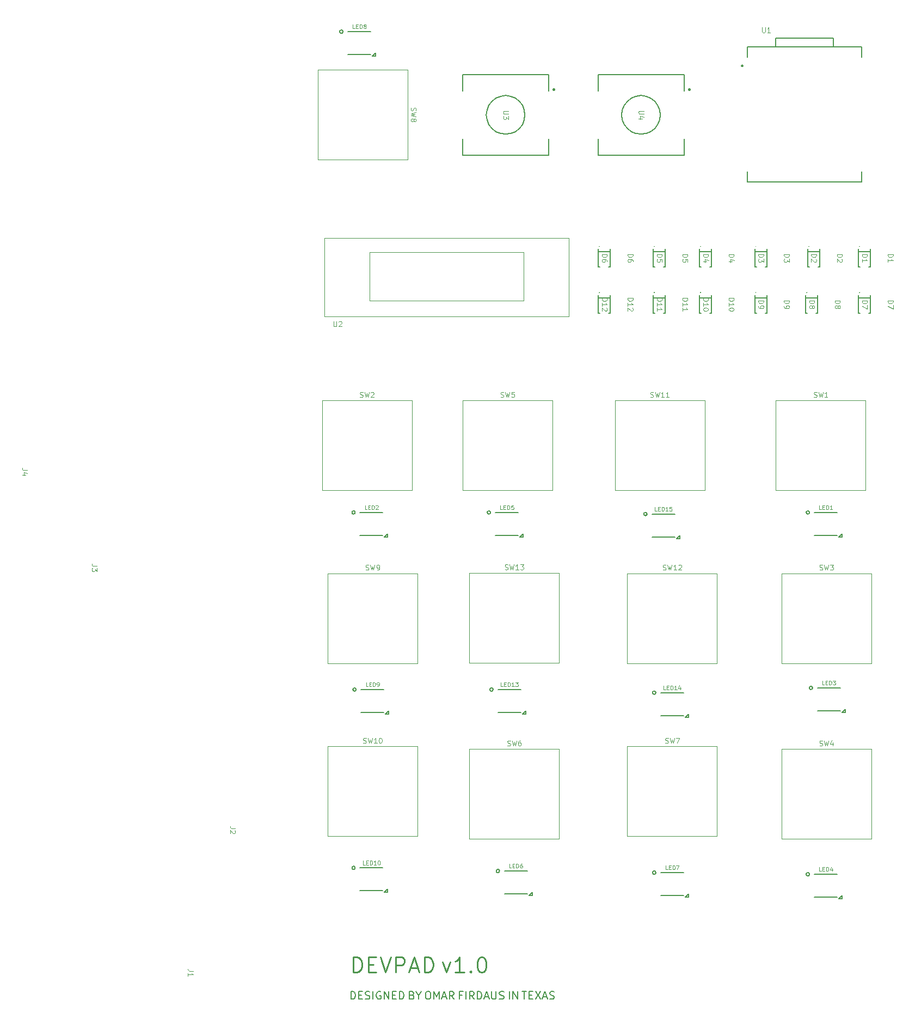
<source format=gbr>
%TF.GenerationSoftware,Flux,Pcbnew,9.0.6-9.0.6~ubuntu22.04.1*%
%TF.CreationDate,2025-12-12T06:51:17+00:00*%
%TF.ProjectId,input,696e7075-742e-46b6-9963-61645f706362,rev?*%
%TF.SameCoordinates,Original*%
%TF.FileFunction,Legend,Top*%
%TF.FilePolarity,Positive*%
%FSLAX46Y46*%
G04 Gerber Fmt 4.6, Leading zero omitted, Abs format (unit mm)*
G04 Filename: macropad*
G04 Build it with Flux! Visit our site at: https://www.flux.ai (PCBNEW 9.0.6-9.0.6~ubuntu22.04.1) date 2025-12-12 06:51:17*
%MOMM*%
%LPD*%
G01*
G04 APERTURE LIST*
%ADD10C,0.142500*%
%ADD11C,0.285000*%
%ADD12C,0.095000*%
%ADD13C,0.074803*%
%ADD14C,0.060000*%
%ADD15C,0.150000*%
%ADD16C,0.127000*%
%ADD17C,0.400000*%
%ADD18C,0.120000*%
%ADD19C,0.200000*%
G04 APERTURE END LIST*
D10*
X-37977859Y-73745671D02*
X-37977859Y-72545671D01*
X-37977859Y-72545671D02*
X-37692145Y-72545671D01*
X-37692145Y-72545671D02*
X-37520716Y-72602814D01*
X-37520716Y-72602814D02*
X-37406431Y-72717100D01*
X-37406431Y-72717100D02*
X-37349288Y-72831386D01*
X-37349288Y-72831386D02*
X-37292145Y-73059957D01*
X-37292145Y-73059957D02*
X-37292145Y-73231386D01*
X-37292145Y-73231386D02*
X-37349288Y-73459957D01*
X-37349288Y-73459957D02*
X-37406431Y-73574243D01*
X-37406431Y-73574243D02*
X-37520716Y-73688529D01*
X-37520716Y-73688529D02*
X-37692145Y-73745671D01*
X-37692145Y-73745671D02*
X-37977859Y-73745671D01*
X-36777859Y-73117100D02*
X-36377859Y-73117100D01*
X-36206431Y-73745671D02*
X-36777859Y-73745671D01*
X-36777859Y-73745671D02*
X-36777859Y-72545671D01*
X-36777859Y-72545671D02*
X-36206431Y-72545671D01*
X-35749288Y-73688529D02*
X-35577860Y-73745671D01*
X-35577860Y-73745671D02*
X-35292145Y-73745671D01*
X-35292145Y-73745671D02*
X-35177860Y-73688529D01*
X-35177860Y-73688529D02*
X-35120717Y-73631386D01*
X-35120717Y-73631386D02*
X-35063574Y-73517100D01*
X-35063574Y-73517100D02*
X-35063574Y-73402814D01*
X-35063574Y-73402814D02*
X-35120717Y-73288529D01*
X-35120717Y-73288529D02*
X-35177860Y-73231386D01*
X-35177860Y-73231386D02*
X-35292145Y-73174243D01*
X-35292145Y-73174243D02*
X-35520717Y-73117100D01*
X-35520717Y-73117100D02*
X-35635002Y-73059957D01*
X-35635002Y-73059957D02*
X-35692145Y-73002814D01*
X-35692145Y-73002814D02*
X-35749288Y-72888529D01*
X-35749288Y-72888529D02*
X-35749288Y-72774243D01*
X-35749288Y-72774243D02*
X-35692145Y-72659957D01*
X-35692145Y-72659957D02*
X-35635002Y-72602814D01*
X-35635002Y-72602814D02*
X-35520717Y-72545671D01*
X-35520717Y-72545671D02*
X-35235002Y-72545671D01*
X-35235002Y-72545671D02*
X-35063574Y-72602814D01*
X-34549288Y-73745671D02*
X-34549288Y-72545671D01*
X-33349288Y-72602814D02*
X-33463574Y-72545671D01*
X-33463574Y-72545671D02*
X-33635002Y-72545671D01*
X-33635002Y-72545671D02*
X-33806431Y-72602814D01*
X-33806431Y-72602814D02*
X-33920716Y-72717100D01*
X-33920716Y-72717100D02*
X-33977859Y-72831386D01*
X-33977859Y-72831386D02*
X-34035002Y-73059957D01*
X-34035002Y-73059957D02*
X-34035002Y-73231386D01*
X-34035002Y-73231386D02*
X-33977859Y-73459957D01*
X-33977859Y-73459957D02*
X-33920716Y-73574243D01*
X-33920716Y-73574243D02*
X-33806431Y-73688529D01*
X-33806431Y-73688529D02*
X-33635002Y-73745671D01*
X-33635002Y-73745671D02*
X-33520716Y-73745671D01*
X-33520716Y-73745671D02*
X-33349288Y-73688529D01*
X-33349288Y-73688529D02*
X-33292145Y-73631386D01*
X-33292145Y-73631386D02*
X-33292145Y-73231386D01*
X-33292145Y-73231386D02*
X-33520716Y-73231386D01*
X-32777859Y-73745671D02*
X-32777859Y-72545671D01*
X-32777859Y-72545671D02*
X-32092145Y-73745671D01*
X-32092145Y-73745671D02*
X-32092145Y-72545671D01*
X-31520716Y-73117100D02*
X-31120716Y-73117100D01*
X-30949288Y-73745671D02*
X-31520716Y-73745671D01*
X-31520716Y-73745671D02*
X-31520716Y-72545671D01*
X-31520716Y-72545671D02*
X-30949288Y-72545671D01*
X-30435002Y-73745671D02*
X-30435002Y-72545671D01*
X-30435002Y-72545671D02*
X-30149288Y-72545671D01*
X-30149288Y-72545671D02*
X-29977859Y-72602814D01*
X-29977859Y-72602814D02*
X-29863574Y-72717100D01*
X-29863574Y-72717100D02*
X-29806431Y-72831386D01*
X-29806431Y-72831386D02*
X-29749288Y-73059957D01*
X-29749288Y-73059957D02*
X-29749288Y-73231386D01*
X-29749288Y-73231386D02*
X-29806431Y-73459957D01*
X-29806431Y-73459957D02*
X-29863574Y-73574243D01*
X-29863574Y-73574243D02*
X-29977859Y-73688529D01*
X-29977859Y-73688529D02*
X-30149288Y-73745671D01*
X-30149288Y-73745671D02*
X-30435002Y-73745671D01*
X-28492145Y-73117100D02*
X-28320717Y-73174243D01*
X-28320717Y-73174243D02*
X-28263574Y-73231386D01*
X-28263574Y-73231386D02*
X-28206431Y-73345671D01*
X-28206431Y-73345671D02*
X-28206431Y-73517100D01*
X-28206431Y-73517100D02*
X-28263574Y-73631386D01*
X-28263574Y-73631386D02*
X-28320717Y-73688529D01*
X-28320717Y-73688529D02*
X-28435002Y-73745671D01*
X-28435002Y-73745671D02*
X-28892145Y-73745671D01*
X-28892145Y-73745671D02*
X-28892145Y-72545671D01*
X-28892145Y-72545671D02*
X-28492145Y-72545671D01*
X-28492145Y-72545671D02*
X-28377860Y-72602814D01*
X-28377860Y-72602814D02*
X-28320717Y-72659957D01*
X-28320717Y-72659957D02*
X-28263574Y-72774243D01*
X-28263574Y-72774243D02*
X-28263574Y-72888529D01*
X-28263574Y-72888529D02*
X-28320717Y-73002814D01*
X-28320717Y-73002814D02*
X-28377860Y-73059957D01*
X-28377860Y-73059957D02*
X-28492145Y-73117100D01*
X-28492145Y-73117100D02*
X-28892145Y-73117100D01*
X-27463574Y-73174243D02*
X-27463574Y-73745671D01*
X-27863574Y-72545671D02*
X-27463574Y-73174243D01*
X-27463574Y-73174243D02*
X-27063574Y-72545671D01*
X-26092146Y-72545671D02*
X-25863574Y-72545671D01*
X-25863574Y-72545671D02*
X-25749289Y-72602814D01*
X-25749289Y-72602814D02*
X-25635003Y-72717100D01*
X-25635003Y-72717100D02*
X-25577860Y-72945671D01*
X-25577860Y-72945671D02*
X-25577860Y-73345671D01*
X-25577860Y-73345671D02*
X-25635003Y-73574243D01*
X-25635003Y-73574243D02*
X-25749289Y-73688529D01*
X-25749289Y-73688529D02*
X-25863574Y-73745671D01*
X-25863574Y-73745671D02*
X-26092146Y-73745671D01*
X-26092146Y-73745671D02*
X-26206432Y-73688529D01*
X-26206432Y-73688529D02*
X-26320717Y-73574243D01*
X-26320717Y-73574243D02*
X-26377860Y-73345671D01*
X-26377860Y-73345671D02*
X-26377860Y-72945671D01*
X-26377860Y-72945671D02*
X-26320717Y-72717100D01*
X-26320717Y-72717100D02*
X-26206432Y-72602814D01*
X-26206432Y-72602814D02*
X-26092146Y-72545671D01*
X-25063574Y-73745671D02*
X-25063574Y-72545671D01*
X-25063574Y-72545671D02*
X-24663574Y-73402814D01*
X-24663574Y-73402814D02*
X-24263574Y-72545671D01*
X-24263574Y-72545671D02*
X-24263574Y-73745671D01*
X-23749288Y-73402814D02*
X-23177860Y-73402814D01*
X-23863574Y-73745671D02*
X-23463574Y-72545671D01*
X-23463574Y-72545671D02*
X-23063574Y-73745671D01*
X-21977860Y-73745671D02*
X-22377860Y-73174243D01*
X-22663574Y-73745671D02*
X-22663574Y-72545671D01*
X-22663574Y-72545671D02*
X-22206431Y-72545671D01*
X-22206431Y-72545671D02*
X-22092146Y-72602814D01*
X-22092146Y-72602814D02*
X-22035003Y-72659957D01*
X-22035003Y-72659957D02*
X-21977860Y-72774243D01*
X-21977860Y-72774243D02*
X-21977860Y-72945671D01*
X-21977860Y-72945671D02*
X-22035003Y-73059957D01*
X-22035003Y-73059957D02*
X-22092146Y-73117100D01*
X-22092146Y-73117100D02*
X-22206431Y-73174243D01*
X-22206431Y-73174243D02*
X-22663574Y-73174243D01*
X-20720717Y-73117100D02*
X-21120717Y-73117100D01*
X-21120717Y-73745671D02*
X-21120717Y-72545671D01*
X-21120717Y-72545671D02*
X-20549289Y-72545671D01*
X-20092146Y-73745671D02*
X-20092146Y-72545671D01*
X-18835003Y-73745671D02*
X-19235003Y-73174243D01*
X-19520717Y-73745671D02*
X-19520717Y-72545671D01*
X-19520717Y-72545671D02*
X-19063574Y-72545671D01*
X-19063574Y-72545671D02*
X-18949289Y-72602814D01*
X-18949289Y-72602814D02*
X-18892146Y-72659957D01*
X-18892146Y-72659957D02*
X-18835003Y-72774243D01*
X-18835003Y-72774243D02*
X-18835003Y-72945671D01*
X-18835003Y-72945671D02*
X-18892146Y-73059957D01*
X-18892146Y-73059957D02*
X-18949289Y-73117100D01*
X-18949289Y-73117100D02*
X-19063574Y-73174243D01*
X-19063574Y-73174243D02*
X-19520717Y-73174243D01*
X-18320717Y-73745671D02*
X-18320717Y-72545671D01*
X-18320717Y-72545671D02*
X-18035003Y-72545671D01*
X-18035003Y-72545671D02*
X-17863574Y-72602814D01*
X-17863574Y-72602814D02*
X-17749289Y-72717100D01*
X-17749289Y-72717100D02*
X-17692146Y-72831386D01*
X-17692146Y-72831386D02*
X-17635003Y-73059957D01*
X-17635003Y-73059957D02*
X-17635003Y-73231386D01*
X-17635003Y-73231386D02*
X-17692146Y-73459957D01*
X-17692146Y-73459957D02*
X-17749289Y-73574243D01*
X-17749289Y-73574243D02*
X-17863574Y-73688529D01*
X-17863574Y-73688529D02*
X-18035003Y-73745671D01*
X-18035003Y-73745671D02*
X-18320717Y-73745671D01*
X-17177860Y-73402814D02*
X-16606432Y-73402814D01*
X-17292146Y-73745671D02*
X-16892146Y-72545671D01*
X-16892146Y-72545671D02*
X-16492146Y-73745671D01*
X-16092146Y-72545671D02*
X-16092146Y-73517100D01*
X-16092146Y-73517100D02*
X-16035003Y-73631386D01*
X-16035003Y-73631386D02*
X-15977861Y-73688529D01*
X-15977861Y-73688529D02*
X-15863575Y-73745671D01*
X-15863575Y-73745671D02*
X-15635003Y-73745671D01*
X-15635003Y-73745671D02*
X-15520718Y-73688529D01*
X-15520718Y-73688529D02*
X-15463575Y-73631386D01*
X-15463575Y-73631386D02*
X-15406432Y-73517100D01*
X-15406432Y-73517100D02*
X-15406432Y-72545671D01*
X-14892146Y-73688529D02*
X-14720718Y-73745671D01*
X-14720718Y-73745671D02*
X-14435003Y-73745671D01*
X-14435003Y-73745671D02*
X-14320718Y-73688529D01*
X-14320718Y-73688529D02*
X-14263575Y-73631386D01*
X-14263575Y-73631386D02*
X-14206432Y-73517100D01*
X-14206432Y-73517100D02*
X-14206432Y-73402814D01*
X-14206432Y-73402814D02*
X-14263575Y-73288529D01*
X-14263575Y-73288529D02*
X-14320718Y-73231386D01*
X-14320718Y-73231386D02*
X-14435003Y-73174243D01*
X-14435003Y-73174243D02*
X-14663575Y-73117100D01*
X-14663575Y-73117100D02*
X-14777860Y-73059957D01*
X-14777860Y-73059957D02*
X-14835003Y-73002814D01*
X-14835003Y-73002814D02*
X-14892146Y-72888529D01*
X-14892146Y-72888529D02*
X-14892146Y-72774243D01*
X-14892146Y-72774243D02*
X-14835003Y-72659957D01*
X-14835003Y-72659957D02*
X-14777860Y-72602814D01*
X-14777860Y-72602814D02*
X-14663575Y-72545671D01*
X-14663575Y-72545671D02*
X-14377860Y-72545671D01*
X-14377860Y-72545671D02*
X-14206432Y-72602814D01*
X-13349289Y-73745671D02*
X-13349289Y-72545671D01*
X-12777860Y-73745671D02*
X-12777860Y-72545671D01*
X-12777860Y-72545671D02*
X-12092146Y-73745671D01*
X-12092146Y-73745671D02*
X-12092146Y-72545671D01*
X-11349289Y-72545671D02*
X-10663575Y-72545671D01*
X-11006432Y-73745671D02*
X-11006432Y-72545671D01*
X-10263574Y-73117100D02*
X-9863574Y-73117100D01*
X-9692146Y-73745671D02*
X-10263574Y-73745671D01*
X-10263574Y-73745671D02*
X-10263574Y-72545671D01*
X-10263574Y-72545671D02*
X-9692146Y-72545671D01*
X-9292146Y-72545671D02*
X-8492146Y-73745671D01*
X-8492146Y-72545671D02*
X-9292146Y-73745671D01*
X-8092146Y-73402814D02*
X-7520718Y-73402814D01*
X-8206432Y-73745671D02*
X-7806432Y-72545671D01*
X-7806432Y-72545671D02*
X-7406432Y-73745671D01*
X-7063575Y-73688529D02*
X-6892147Y-73745671D01*
X-6892147Y-73745671D02*
X-6606432Y-73745671D01*
X-6606432Y-73745671D02*
X-6492147Y-73688529D01*
X-6492147Y-73688529D02*
X-6435004Y-73631386D01*
X-6435004Y-73631386D02*
X-6377861Y-73517100D01*
X-6377861Y-73517100D02*
X-6377861Y-73402814D01*
X-6377861Y-73402814D02*
X-6435004Y-73288529D01*
X-6435004Y-73288529D02*
X-6492147Y-73231386D01*
X-6492147Y-73231386D02*
X-6606432Y-73174243D01*
X-6606432Y-73174243D02*
X-6835004Y-73117100D01*
X-6835004Y-73117100D02*
X-6949289Y-73059957D01*
X-6949289Y-73059957D02*
X-7006432Y-73002814D01*
X-7006432Y-73002814D02*
X-7063575Y-72888529D01*
X-7063575Y-72888529D02*
X-7063575Y-72774243D01*
X-7063575Y-72774243D02*
X-7006432Y-72659957D01*
X-7006432Y-72659957D02*
X-6949289Y-72602814D01*
X-6949289Y-72602814D02*
X-6835004Y-72545671D01*
X-6835004Y-72545671D02*
X-6549289Y-72545671D01*
X-6549289Y-72545671D02*
X-6377861Y-72602814D01*
D11*
X-37644800Y-69596104D02*
X-37644800Y-67196104D01*
X-37644800Y-67196104D02*
X-37073371Y-67196104D01*
X-37073371Y-67196104D02*
X-36730514Y-67310390D01*
X-36730514Y-67310390D02*
X-36501943Y-67538961D01*
X-36501943Y-67538961D02*
X-36387657Y-67767533D01*
X-36387657Y-67767533D02*
X-36273371Y-68224676D01*
X-36273371Y-68224676D02*
X-36273371Y-68567533D01*
X-36273371Y-68567533D02*
X-36387657Y-69024676D01*
X-36387657Y-69024676D02*
X-36501943Y-69253247D01*
X-36501943Y-69253247D02*
X-36730514Y-69481819D01*
X-36730514Y-69481819D02*
X-37073371Y-69596104D01*
X-37073371Y-69596104D02*
X-37644800Y-69596104D01*
X-35244800Y-68338961D02*
X-34444800Y-68338961D01*
X-34101943Y-69596104D02*
X-35244800Y-69596104D01*
X-35244800Y-69596104D02*
X-35244800Y-67196104D01*
X-35244800Y-67196104D02*
X-34101943Y-67196104D01*
X-33416228Y-67196104D02*
X-32616228Y-69596104D01*
X-32616228Y-69596104D02*
X-31816228Y-67196104D01*
X-31016228Y-69596104D02*
X-31016228Y-67196104D01*
X-31016228Y-67196104D02*
X-30101942Y-67196104D01*
X-30101942Y-67196104D02*
X-29873371Y-67310390D01*
X-29873371Y-67310390D02*
X-29759085Y-67424676D01*
X-29759085Y-67424676D02*
X-29644799Y-67653247D01*
X-29644799Y-67653247D02*
X-29644799Y-67996104D01*
X-29644799Y-67996104D02*
X-29759085Y-68224676D01*
X-29759085Y-68224676D02*
X-29873371Y-68338961D01*
X-29873371Y-68338961D02*
X-30101942Y-68453247D01*
X-30101942Y-68453247D02*
X-31016228Y-68453247D01*
X-28730514Y-68910390D02*
X-27587657Y-68910390D01*
X-28959085Y-69596104D02*
X-28159085Y-67196104D01*
X-28159085Y-67196104D02*
X-27359085Y-69596104D01*
X-26559085Y-69596104D02*
X-26559085Y-67196104D01*
X-26559085Y-67196104D02*
X-25987656Y-67196104D01*
X-25987656Y-67196104D02*
X-25644799Y-67310390D01*
X-25644799Y-67310390D02*
X-25416228Y-67538961D01*
X-25416228Y-67538961D02*
X-25301942Y-67767533D01*
X-25301942Y-67767533D02*
X-25187656Y-68224676D01*
X-25187656Y-68224676D02*
X-25187656Y-68567533D01*
X-25187656Y-68567533D02*
X-25301942Y-69024676D01*
X-25301942Y-69024676D02*
X-25416228Y-69253247D01*
X-25416228Y-69253247D02*
X-25644799Y-69481819D01*
X-25644799Y-69481819D02*
X-25987656Y-69596104D01*
X-25987656Y-69596104D02*
X-26559085Y-69596104D01*
X-23701942Y-67996104D02*
X-23130514Y-69596104D01*
X-23130514Y-69596104D02*
X-22559085Y-67996104D01*
X-20387657Y-69596104D02*
X-21759086Y-69596104D01*
X-21073371Y-69596104D02*
X-21073371Y-67196104D01*
X-21073371Y-67196104D02*
X-21301943Y-67538961D01*
X-21301943Y-67538961D02*
X-21530514Y-67767533D01*
X-21530514Y-67767533D02*
X-21759086Y-67881819D01*
X-19359086Y-69367533D02*
X-19244800Y-69481819D01*
X-19244800Y-69481819D02*
X-19359086Y-69596104D01*
X-19359086Y-69596104D02*
X-19473372Y-69481819D01*
X-19473372Y-69481819D02*
X-19359086Y-69367533D01*
X-19359086Y-69367533D02*
X-19359086Y-69596104D01*
X-17759086Y-67196104D02*
X-17530515Y-67196104D01*
X-17530515Y-67196104D02*
X-17301943Y-67310390D01*
X-17301943Y-67310390D02*
X-17187658Y-67424676D01*
X-17187658Y-67424676D02*
X-17073372Y-67653247D01*
X-17073372Y-67653247D02*
X-16959086Y-68110390D01*
X-16959086Y-68110390D02*
X-16959086Y-68681819D01*
X-16959086Y-68681819D02*
X-17073372Y-69138961D01*
X-17073372Y-69138961D02*
X-17187658Y-69367533D01*
X-17187658Y-69367533D02*
X-17301943Y-69481819D01*
X-17301943Y-69481819D02*
X-17530515Y-69596104D01*
X-17530515Y-69596104D02*
X-17759086Y-69596104D01*
X-17759086Y-69596104D02*
X-17987658Y-69481819D01*
X-17987658Y-69481819D02*
X-18101943Y-69367533D01*
X-18101943Y-69367533D02*
X-18216229Y-69138961D01*
X-18216229Y-69138961D02*
X-18330515Y-68681819D01*
X-18330515Y-68681819D02*
X-18330515Y-68110390D01*
X-18330515Y-68110390D02*
X-18216229Y-67653247D01*
X-18216229Y-67653247D02*
X-18101943Y-67424676D01*
X-18101943Y-67424676D02*
X-17987658Y-67310390D01*
X-17987658Y-67310390D02*
X-17759086Y-67196104D01*
D12*
X25392003Y42046702D02*
X26192003Y42046702D01*
X26192003Y42046702D02*
X26192003Y41856226D01*
X26192003Y41856226D02*
X26153908Y41741940D01*
X26153908Y41741940D02*
X26077718Y41665750D01*
X26077718Y41665750D02*
X26001527Y41627655D01*
X26001527Y41627655D02*
X25849146Y41589559D01*
X25849146Y41589559D02*
X25734860Y41589559D01*
X25734860Y41589559D02*
X25582479Y41627655D01*
X25582479Y41627655D02*
X25506289Y41665750D01*
X25506289Y41665750D02*
X25430099Y41741940D01*
X25430099Y41741940D02*
X25392003Y41856226D01*
X25392003Y41856226D02*
X25392003Y42046702D01*
X26192003Y41322893D02*
X26192003Y40827655D01*
X26192003Y40827655D02*
X25887241Y41094321D01*
X25887241Y41094321D02*
X25887241Y40980036D01*
X25887241Y40980036D02*
X25849146Y40903845D01*
X25849146Y40903845D02*
X25811051Y40865750D01*
X25811051Y40865750D02*
X25734860Y40827655D01*
X25734860Y40827655D02*
X25544384Y40827655D01*
X25544384Y40827655D02*
X25468194Y40865750D01*
X25468194Y40865750D02*
X25430099Y40903845D01*
X25430099Y40903845D02*
X25392003Y40980036D01*
X25392003Y40980036D02*
X25392003Y41208607D01*
X25392003Y41208607D02*
X25430099Y41284798D01*
X25430099Y41284798D02*
X25468194Y41322893D01*
X29392003Y42046706D02*
X30192003Y42046706D01*
X30192003Y42046706D02*
X30192003Y41856230D01*
X30192003Y41856230D02*
X30153908Y41741944D01*
X30153908Y41741944D02*
X30077718Y41665754D01*
X30077718Y41665754D02*
X30001527Y41627659D01*
X30001527Y41627659D02*
X29849146Y41589563D01*
X29849146Y41589563D02*
X29734860Y41589563D01*
X29734860Y41589563D02*
X29582479Y41627659D01*
X29582479Y41627659D02*
X29506289Y41665754D01*
X29506289Y41665754D02*
X29430099Y41741944D01*
X29430099Y41741944D02*
X29392003Y41856230D01*
X29392003Y41856230D02*
X29392003Y42046706D01*
X30192003Y41322897D02*
X30192003Y40827659D01*
X30192003Y40827659D02*
X29887241Y41094325D01*
X29887241Y41094325D02*
X29887241Y40980040D01*
X29887241Y40980040D02*
X29849146Y40903849D01*
X29849146Y40903849D02*
X29811051Y40865754D01*
X29811051Y40865754D02*
X29734860Y40827659D01*
X29734860Y40827659D02*
X29544384Y40827659D01*
X29544384Y40827659D02*
X29468194Y40865754D01*
X29468194Y40865754D02*
X29430099Y40903849D01*
X29430099Y40903849D02*
X29392003Y40980040D01*
X29392003Y40980040D02*
X29392003Y41208611D01*
X29392003Y41208611D02*
X29430099Y41284802D01*
X29430099Y41284802D02*
X29468194Y41322897D01*
X7573680Y64318831D02*
X6926061Y64318831D01*
X6926061Y64318831D02*
X6849871Y64280736D01*
X6849871Y64280736D02*
X6811776Y64242641D01*
X6811776Y64242641D02*
X6773680Y64166450D01*
X6773680Y64166450D02*
X6773680Y64014069D01*
X6773680Y64014069D02*
X6811776Y63937879D01*
X6811776Y63937879D02*
X6849871Y63899784D01*
X6849871Y63899784D02*
X6926061Y63861688D01*
X6926061Y63861688D02*
X7573680Y63861688D01*
X7307014Y63137879D02*
X6773680Y63137879D01*
X7611776Y63328355D02*
X7040347Y63518832D01*
X7040347Y63518832D02*
X7040347Y63023593D01*
X-35688069Y-6993404D02*
X-35573783Y-7031499D01*
X-35573783Y-7031499D02*
X-35383307Y-7031499D01*
X-35383307Y-7031499D02*
X-35307116Y-6993404D01*
X-35307116Y-6993404D02*
X-35269021Y-6955308D01*
X-35269021Y-6955308D02*
X-35230926Y-6879118D01*
X-35230926Y-6879118D02*
X-35230926Y-6802927D01*
X-35230926Y-6802927D02*
X-35269021Y-6726737D01*
X-35269021Y-6726737D02*
X-35307116Y-6688642D01*
X-35307116Y-6688642D02*
X-35383307Y-6650546D01*
X-35383307Y-6650546D02*
X-35535688Y-6612451D01*
X-35535688Y-6612451D02*
X-35611878Y-6574356D01*
X-35611878Y-6574356D02*
X-35649973Y-6536261D01*
X-35649973Y-6536261D02*
X-35688069Y-6460070D01*
X-35688069Y-6460070D02*
X-35688069Y-6383880D01*
X-35688069Y-6383880D02*
X-35649973Y-6307689D01*
X-35649973Y-6307689D02*
X-35611878Y-6269594D01*
X-35611878Y-6269594D02*
X-35535688Y-6231499D01*
X-35535688Y-6231499D02*
X-35345211Y-6231499D01*
X-35345211Y-6231499D02*
X-35230926Y-6269594D01*
X-34964259Y-6231499D02*
X-34773783Y-7031499D01*
X-34773783Y-7031499D02*
X-34621402Y-6460070D01*
X-34621402Y-6460070D02*
X-34469021Y-7031499D01*
X-34469021Y-7031499D02*
X-34278545Y-6231499D01*
X-33935687Y-7031499D02*
X-33783306Y-7031499D01*
X-33783306Y-7031499D02*
X-33707116Y-6993404D01*
X-33707116Y-6993404D02*
X-33669020Y-6955308D01*
X-33669020Y-6955308D02*
X-33592830Y-6841023D01*
X-33592830Y-6841023D02*
X-33554735Y-6688642D01*
X-33554735Y-6688642D02*
X-33554735Y-6383880D01*
X-33554735Y-6383880D02*
X-33592830Y-6307689D01*
X-33592830Y-6307689D02*
X-33630925Y-6269594D01*
X-33630925Y-6269594D02*
X-33707116Y-6231499D01*
X-33707116Y-6231499D02*
X-33859497Y-6231499D01*
X-33859497Y-6231499D02*
X-33935687Y-6269594D01*
X-33935687Y-6269594D02*
X-33973782Y-6307689D01*
X-33973782Y-6307689D02*
X-34011878Y-6383880D01*
X-34011878Y-6383880D02*
X-34011878Y-6574356D01*
X-34011878Y-6574356D02*
X-33973782Y-6650546D01*
X-33973782Y-6650546D02*
X-33935687Y-6688642D01*
X-33935687Y-6688642D02*
X-33859497Y-6726737D01*
X-33859497Y-6726737D02*
X-33707116Y-6726737D01*
X-33707116Y-6726737D02*
X-33630925Y-6688642D01*
X-33630925Y-6688642D02*
X-33592830Y-6650546D01*
X-33592830Y-6650546D02*
X-33554735Y-6574356D01*
X33309110Y34854910D02*
X34109110Y34854910D01*
X34109110Y34854910D02*
X34109110Y34664434D01*
X34109110Y34664434D02*
X34071015Y34550148D01*
X34071015Y34550148D02*
X33994825Y34473958D01*
X33994825Y34473958D02*
X33918634Y34435863D01*
X33918634Y34435863D02*
X33766253Y34397767D01*
X33766253Y34397767D02*
X33651967Y34397767D01*
X33651967Y34397767D02*
X33499586Y34435863D01*
X33499586Y34435863D02*
X33423396Y34473958D01*
X33423396Y34473958D02*
X33347206Y34550148D01*
X33347206Y34550148D02*
X33309110Y34664434D01*
X33309110Y34664434D02*
X33309110Y34854910D01*
X33766253Y33940625D02*
X33804348Y34016815D01*
X33804348Y34016815D02*
X33842444Y34054910D01*
X33842444Y34054910D02*
X33918634Y34093006D01*
X33918634Y34093006D02*
X33956729Y34093006D01*
X33956729Y34093006D02*
X34032920Y34054910D01*
X34032920Y34054910D02*
X34071015Y34016815D01*
X34071015Y34016815D02*
X34109110Y33940625D01*
X34109110Y33940625D02*
X34109110Y33788244D01*
X34109110Y33788244D02*
X34071015Y33712053D01*
X34071015Y33712053D02*
X34032920Y33673958D01*
X34032920Y33673958D02*
X33956729Y33635863D01*
X33956729Y33635863D02*
X33918634Y33635863D01*
X33918634Y33635863D02*
X33842444Y33673958D01*
X33842444Y33673958D02*
X33804348Y33712053D01*
X33804348Y33712053D02*
X33766253Y33788244D01*
X33766253Y33788244D02*
X33766253Y33940625D01*
X33766253Y33940625D02*
X33728158Y34016815D01*
X33728158Y34016815D02*
X33690063Y34054910D01*
X33690063Y34054910D02*
X33613872Y34093006D01*
X33613872Y34093006D02*
X33461491Y34093006D01*
X33461491Y34093006D02*
X33385301Y34054910D01*
X33385301Y34054910D02*
X33347206Y34016815D01*
X33347206Y34016815D02*
X33309110Y33940625D01*
X33309110Y33940625D02*
X33309110Y33788244D01*
X33309110Y33788244D02*
X33347206Y33712053D01*
X33347206Y33712053D02*
X33385301Y33673958D01*
X33385301Y33673958D02*
X33461491Y33635863D01*
X33461491Y33635863D02*
X33613872Y33635863D01*
X33613872Y33635863D02*
X33690063Y33673958D01*
X33690063Y33673958D02*
X33728158Y33712053D01*
X33728158Y33712053D02*
X33766253Y33788244D01*
X37309110Y34854914D02*
X38109110Y34854914D01*
X38109110Y34854914D02*
X38109110Y34664438D01*
X38109110Y34664438D02*
X38071015Y34550152D01*
X38071015Y34550152D02*
X37994825Y34473962D01*
X37994825Y34473962D02*
X37918634Y34435867D01*
X37918634Y34435867D02*
X37766253Y34397771D01*
X37766253Y34397771D02*
X37651967Y34397771D01*
X37651967Y34397771D02*
X37499586Y34435867D01*
X37499586Y34435867D02*
X37423396Y34473962D01*
X37423396Y34473962D02*
X37347206Y34550152D01*
X37347206Y34550152D02*
X37309110Y34664438D01*
X37309110Y34664438D02*
X37309110Y34854914D01*
X37766253Y33940629D02*
X37804348Y34016819D01*
X37804348Y34016819D02*
X37842444Y34054914D01*
X37842444Y34054914D02*
X37918634Y34093010D01*
X37918634Y34093010D02*
X37956729Y34093010D01*
X37956729Y34093010D02*
X38032920Y34054914D01*
X38032920Y34054914D02*
X38071015Y34016819D01*
X38071015Y34016819D02*
X38109110Y33940629D01*
X38109110Y33940629D02*
X38109110Y33788248D01*
X38109110Y33788248D02*
X38071015Y33712057D01*
X38071015Y33712057D02*
X38032920Y33673962D01*
X38032920Y33673962D02*
X37956729Y33635867D01*
X37956729Y33635867D02*
X37918634Y33635867D01*
X37918634Y33635867D02*
X37842444Y33673962D01*
X37842444Y33673962D02*
X37804348Y33712057D01*
X37804348Y33712057D02*
X37766253Y33788248D01*
X37766253Y33788248D02*
X37766253Y33940629D01*
X37766253Y33940629D02*
X37728158Y34016819D01*
X37728158Y34016819D02*
X37690063Y34054914D01*
X37690063Y34054914D02*
X37613872Y34093010D01*
X37613872Y34093010D02*
X37461491Y34093010D01*
X37461491Y34093010D02*
X37385301Y34054914D01*
X37385301Y34054914D02*
X37347206Y34016819D01*
X37347206Y34016819D02*
X37309110Y33940629D01*
X37309110Y33940629D02*
X37309110Y33788248D01*
X37309110Y33788248D02*
X37347206Y33712057D01*
X37347206Y33712057D02*
X37385301Y33673962D01*
X37385301Y33673962D02*
X37461491Y33635867D01*
X37461491Y33635867D02*
X37613872Y33635867D01*
X37613872Y33635867D02*
X37690063Y33673962D01*
X37690063Y33673962D02*
X37728158Y33712057D01*
X37728158Y33712057D02*
X37766253Y33788248D01*
D13*
X-14339255Y-25120936D02*
X-14639217Y-25120936D01*
X-14639217Y-25120936D02*
X-14639217Y-24491016D01*
X-14129282Y-24790978D02*
X-13919308Y-24790978D01*
X-13829320Y-25120936D02*
X-14129282Y-25120936D01*
X-14129282Y-25120936D02*
X-14129282Y-24491016D01*
X-14129282Y-24491016D02*
X-13829320Y-24491016D01*
X-13559354Y-25120936D02*
X-13559354Y-24491016D01*
X-13559354Y-24491016D02*
X-13409373Y-24491016D01*
X-13409373Y-24491016D02*
X-13319384Y-24521012D01*
X-13319384Y-24521012D02*
X-13259392Y-24581004D01*
X-13259392Y-24581004D02*
X-13229395Y-24640997D01*
X-13229395Y-24640997D02*
X-13199399Y-24760981D01*
X-13199399Y-24760981D02*
X-13199399Y-24850970D01*
X-13199399Y-24850970D02*
X-13229395Y-24970955D01*
X-13229395Y-24970955D02*
X-13259392Y-25030947D01*
X-13259392Y-25030947D02*
X-13319384Y-25090940D01*
X-13319384Y-25090940D02*
X-13409373Y-25120936D01*
X-13409373Y-25120936D02*
X-13559354Y-25120936D01*
X-12599475Y-25120936D02*
X-12959430Y-25120936D01*
X-12779453Y-25120936D02*
X-12779453Y-24491016D01*
X-12779453Y-24491016D02*
X-12839445Y-24581004D01*
X-12839445Y-24581004D02*
X-12899437Y-24640997D01*
X-12899437Y-24640997D02*
X-12959430Y-24670993D01*
X-12389502Y-24491016D02*
X-11999551Y-24491016D01*
X-11999551Y-24491016D02*
X-12209525Y-24730985D01*
X-12209525Y-24730985D02*
X-12119536Y-24730985D01*
X-12119536Y-24730985D02*
X-12059544Y-24760981D01*
X-12059544Y-24760981D02*
X-12029548Y-24790978D01*
X-12029548Y-24790978D02*
X-11999551Y-24850970D01*
X-11999551Y-24850970D02*
X-11999551Y-25000951D01*
X-11999551Y-25000951D02*
X-12029548Y-25060943D01*
X-12029548Y-25060943D02*
X-12059544Y-25090940D01*
X-12059544Y-25090940D02*
X-12119536Y-25120936D01*
X-12119536Y-25120936D02*
X-12299513Y-25120936D01*
X-12299513Y-25120936D02*
X-12359506Y-25090940D01*
X-12359506Y-25090940D02*
X-12389502Y-25060943D01*
D12*
X-14028721Y-6953382D02*
X-13914435Y-6991477D01*
X-13914435Y-6991477D02*
X-13723959Y-6991477D01*
X-13723959Y-6991477D02*
X-13647768Y-6953382D01*
X-13647768Y-6953382D02*
X-13609673Y-6915286D01*
X-13609673Y-6915286D02*
X-13571578Y-6839096D01*
X-13571578Y-6839096D02*
X-13571578Y-6762905D01*
X-13571578Y-6762905D02*
X-13609673Y-6686715D01*
X-13609673Y-6686715D02*
X-13647768Y-6648620D01*
X-13647768Y-6648620D02*
X-13723959Y-6610524D01*
X-13723959Y-6610524D02*
X-13876340Y-6572429D01*
X-13876340Y-6572429D02*
X-13952530Y-6534334D01*
X-13952530Y-6534334D02*
X-13990625Y-6496239D01*
X-13990625Y-6496239D02*
X-14028721Y-6420048D01*
X-14028721Y-6420048D02*
X-14028721Y-6343858D01*
X-14028721Y-6343858D02*
X-13990625Y-6267667D01*
X-13990625Y-6267667D02*
X-13952530Y-6229572D01*
X-13952530Y-6229572D02*
X-13876340Y-6191477D01*
X-13876340Y-6191477D02*
X-13685863Y-6191477D01*
X-13685863Y-6191477D02*
X-13571578Y-6229572D01*
X-13304911Y-6191477D02*
X-13114435Y-6991477D01*
X-13114435Y-6991477D02*
X-12962054Y-6420048D01*
X-12962054Y-6420048D02*
X-12809673Y-6991477D01*
X-12809673Y-6991477D02*
X-12619197Y-6191477D01*
X-11895387Y-6991477D02*
X-12352530Y-6991477D01*
X-12123958Y-6991477D02*
X-12123958Y-6191477D01*
X-12123958Y-6191477D02*
X-12200149Y-6305762D01*
X-12200149Y-6305762D02*
X-12276339Y-6381953D01*
X-12276339Y-6381953D02*
X-12352530Y-6420048D01*
X-11628720Y-6191477D02*
X-11133482Y-6191477D01*
X-11133482Y-6191477D02*
X-11400148Y-6496239D01*
X-11400148Y-6496239D02*
X-11285863Y-6496239D01*
X-11285863Y-6496239D02*
X-11209672Y-6534334D01*
X-11209672Y-6534334D02*
X-11171577Y-6572429D01*
X-11171577Y-6572429D02*
X-11133482Y-6648620D01*
X-11133482Y-6648620D02*
X-11133482Y-6839096D01*
X-11133482Y-6839096D02*
X-11171577Y-6915286D01*
X-11171577Y-6915286D02*
X-11209672Y-6953382D01*
X-11209672Y-6953382D02*
X-11285863Y-6991477D01*
X-11285863Y-6991477D02*
X-11514434Y-6991477D01*
X-11514434Y-6991477D02*
X-11590625Y-6953382D01*
X-11590625Y-6953382D02*
X-11628720Y-6915286D01*
X16794610Y35235846D02*
X17594610Y35235846D01*
X17594610Y35235846D02*
X17594610Y35045370D01*
X17594610Y35045370D02*
X17556515Y34931084D01*
X17556515Y34931084D02*
X17480325Y34854894D01*
X17480325Y34854894D02*
X17404134Y34816799D01*
X17404134Y34816799D02*
X17251753Y34778703D01*
X17251753Y34778703D02*
X17137467Y34778703D01*
X17137467Y34778703D02*
X16985086Y34816799D01*
X16985086Y34816799D02*
X16908896Y34854894D01*
X16908896Y34854894D02*
X16832706Y34931084D01*
X16832706Y34931084D02*
X16794610Y35045370D01*
X16794610Y35045370D02*
X16794610Y35235846D01*
X16794610Y34016799D02*
X16794610Y34473942D01*
X16794610Y34245370D02*
X17594610Y34245370D01*
X17594610Y34245370D02*
X17480325Y34321561D01*
X17480325Y34321561D02*
X17404134Y34397751D01*
X17404134Y34397751D02*
X17366039Y34473942D01*
X17594610Y33521560D02*
X17594610Y33445370D01*
X17594610Y33445370D02*
X17556515Y33369179D01*
X17556515Y33369179D02*
X17518420Y33331084D01*
X17518420Y33331084D02*
X17442229Y33292989D01*
X17442229Y33292989D02*
X17289848Y33254894D01*
X17289848Y33254894D02*
X17099372Y33254894D01*
X17099372Y33254894D02*
X16946991Y33292989D01*
X16946991Y33292989D02*
X16870801Y33331084D01*
X16870801Y33331084D02*
X16832706Y33369179D01*
X16832706Y33369179D02*
X16794610Y33445370D01*
X16794610Y33445370D02*
X16794610Y33521560D01*
X16794610Y33521560D02*
X16832706Y33597751D01*
X16832706Y33597751D02*
X16870801Y33635846D01*
X16870801Y33635846D02*
X16946991Y33673941D01*
X16946991Y33673941D02*
X17099372Y33712037D01*
X17099372Y33712037D02*
X17289848Y33712037D01*
X17289848Y33712037D02*
X17442229Y33673941D01*
X17442229Y33673941D02*
X17518420Y33635846D01*
X17518420Y33635846D02*
X17556515Y33597751D01*
X17556515Y33597751D02*
X17594610Y33521560D01*
X20794610Y35235850D02*
X21594610Y35235850D01*
X21594610Y35235850D02*
X21594610Y35045374D01*
X21594610Y35045374D02*
X21556515Y34931088D01*
X21556515Y34931088D02*
X21480325Y34854898D01*
X21480325Y34854898D02*
X21404134Y34816803D01*
X21404134Y34816803D02*
X21251753Y34778707D01*
X21251753Y34778707D02*
X21137467Y34778707D01*
X21137467Y34778707D02*
X20985086Y34816803D01*
X20985086Y34816803D02*
X20908896Y34854898D01*
X20908896Y34854898D02*
X20832706Y34931088D01*
X20832706Y34931088D02*
X20794610Y35045374D01*
X20794610Y35045374D02*
X20794610Y35235850D01*
X20794610Y34016803D02*
X20794610Y34473946D01*
X20794610Y34245374D02*
X21594610Y34245374D01*
X21594610Y34245374D02*
X21480325Y34321565D01*
X21480325Y34321565D02*
X21404134Y34397755D01*
X21404134Y34397755D02*
X21366039Y34473946D01*
X21594610Y33521564D02*
X21594610Y33445374D01*
X21594610Y33445374D02*
X21556515Y33369183D01*
X21556515Y33369183D02*
X21518420Y33331088D01*
X21518420Y33331088D02*
X21442229Y33292993D01*
X21442229Y33292993D02*
X21289848Y33254898D01*
X21289848Y33254898D02*
X21099372Y33254898D01*
X21099372Y33254898D02*
X20946991Y33292993D01*
X20946991Y33292993D02*
X20870801Y33331088D01*
X20870801Y33331088D02*
X20832706Y33369183D01*
X20832706Y33369183D02*
X20794610Y33445374D01*
X20794610Y33445374D02*
X20794610Y33521564D01*
X20794610Y33521564D02*
X20832706Y33597755D01*
X20832706Y33597755D02*
X20870801Y33635850D01*
X20870801Y33635850D02*
X20946991Y33673945D01*
X20946991Y33673945D02*
X21099372Y33712041D01*
X21099372Y33712041D02*
X21289848Y33712041D01*
X21289848Y33712041D02*
X21442229Y33673945D01*
X21442229Y33673945D02*
X21518420Y33635850D01*
X21518420Y33635850D02*
X21556515Y33597755D01*
X21556515Y33597755D02*
X21594610Y33521564D01*
D13*
X-35491621Y2399941D02*
X-35791583Y2399941D01*
X-35791583Y2399941D02*
X-35791583Y3029861D01*
X-35281648Y2729899D02*
X-35071674Y2729899D01*
X-34981686Y2399941D02*
X-35281648Y2399941D01*
X-35281648Y2399941D02*
X-35281648Y3029861D01*
X-35281648Y3029861D02*
X-34981686Y3029861D01*
X-34711720Y2399941D02*
X-34711720Y3029861D01*
X-34711720Y3029861D02*
X-34561739Y3029861D01*
X-34561739Y3029861D02*
X-34471750Y2999865D01*
X-34471750Y2999865D02*
X-34411758Y2939873D01*
X-34411758Y2939873D02*
X-34381761Y2879880D01*
X-34381761Y2879880D02*
X-34351765Y2759896D01*
X-34351765Y2759896D02*
X-34351765Y2669907D01*
X-34351765Y2669907D02*
X-34381761Y2549922D01*
X-34381761Y2549922D02*
X-34411758Y2489930D01*
X-34411758Y2489930D02*
X-34471750Y2429938D01*
X-34471750Y2429938D02*
X-34561739Y2399941D01*
X-34561739Y2399941D02*
X-34711720Y2399941D01*
X-34111796Y2969869D02*
X-34081800Y2999865D01*
X-34081800Y2999865D02*
X-34021807Y3029861D01*
X-34021807Y3029861D02*
X-33871826Y3029861D01*
X-33871826Y3029861D02*
X-33811834Y2999865D01*
X-33811834Y2999865D02*
X-33781838Y2969869D01*
X-33781838Y2969869D02*
X-33751841Y2909877D01*
X-33751841Y2909877D02*
X-33751841Y2849884D01*
X-33751841Y2849884D02*
X-33781838Y2759896D01*
X-33781838Y2759896D02*
X-34141792Y2399941D01*
X-34141792Y2399941D02*
X-33751841Y2399941D01*
D12*
X-36069094Y-33904404D02*
X-35954808Y-33942499D01*
X-35954808Y-33942499D02*
X-35764332Y-33942499D01*
X-35764332Y-33942499D02*
X-35688141Y-33904404D01*
X-35688141Y-33904404D02*
X-35650046Y-33866308D01*
X-35650046Y-33866308D02*
X-35611951Y-33790118D01*
X-35611951Y-33790118D02*
X-35611951Y-33713927D01*
X-35611951Y-33713927D02*
X-35650046Y-33637737D01*
X-35650046Y-33637737D02*
X-35688141Y-33599642D01*
X-35688141Y-33599642D02*
X-35764332Y-33561546D01*
X-35764332Y-33561546D02*
X-35916713Y-33523451D01*
X-35916713Y-33523451D02*
X-35992903Y-33485356D01*
X-35992903Y-33485356D02*
X-36030998Y-33447261D01*
X-36030998Y-33447261D02*
X-36069094Y-33371070D01*
X-36069094Y-33371070D02*
X-36069094Y-33294880D01*
X-36069094Y-33294880D02*
X-36030998Y-33218689D01*
X-36030998Y-33218689D02*
X-35992903Y-33180594D01*
X-35992903Y-33180594D02*
X-35916713Y-33142499D01*
X-35916713Y-33142499D02*
X-35726236Y-33142499D01*
X-35726236Y-33142499D02*
X-35611951Y-33180594D01*
X-35345284Y-33142499D02*
X-35154808Y-33942499D01*
X-35154808Y-33942499D02*
X-35002427Y-33371070D01*
X-35002427Y-33371070D02*
X-34850046Y-33942499D01*
X-34850046Y-33942499D02*
X-34659570Y-33142499D01*
X-33935760Y-33942499D02*
X-34392903Y-33942499D01*
X-34164331Y-33942499D02*
X-34164331Y-33142499D01*
X-34164331Y-33142499D02*
X-34240522Y-33256784D01*
X-34240522Y-33256784D02*
X-34316712Y-33332975D01*
X-34316712Y-33332975D02*
X-34392903Y-33371070D01*
X-33440521Y-33142499D02*
X-33364331Y-33142499D01*
X-33364331Y-33142499D02*
X-33288140Y-33180594D01*
X-33288140Y-33180594D02*
X-33250045Y-33218689D01*
X-33250045Y-33218689D02*
X-33211950Y-33294880D01*
X-33211950Y-33294880D02*
X-33173855Y-33447261D01*
X-33173855Y-33447261D02*
X-33173855Y-33637737D01*
X-33173855Y-33637737D02*
X-33211950Y-33790118D01*
X-33211950Y-33790118D02*
X-33250045Y-33866308D01*
X-33250045Y-33866308D02*
X-33288140Y-33904404D01*
X-33288140Y-33904404D02*
X-33364331Y-33942499D01*
X-33364331Y-33942499D02*
X-33440521Y-33942499D01*
X-33440521Y-33942499D02*
X-33516712Y-33904404D01*
X-33516712Y-33904404D02*
X-33554807Y-33866308D01*
X-33554807Y-33866308D02*
X-33592902Y-33790118D01*
X-33592902Y-33790118D02*
X-33630998Y-33637737D01*
X-33630998Y-33637737D02*
X-33630998Y-33447261D01*
X-33630998Y-33447261D02*
X-33592902Y-33294880D01*
X-33592902Y-33294880D02*
X-33554807Y-33218689D01*
X-33554807Y-33218689D02*
X-33516712Y-33180594D01*
X-33516712Y-33180594D02*
X-33440521Y-33142499D01*
X25392010Y34854902D02*
X26192010Y34854902D01*
X26192010Y34854902D02*
X26192010Y34664426D01*
X26192010Y34664426D02*
X26153915Y34550140D01*
X26153915Y34550140D02*
X26077725Y34473950D01*
X26077725Y34473950D02*
X26001534Y34435855D01*
X26001534Y34435855D02*
X25849153Y34397759D01*
X25849153Y34397759D02*
X25734867Y34397759D01*
X25734867Y34397759D02*
X25582486Y34435855D01*
X25582486Y34435855D02*
X25506296Y34473950D01*
X25506296Y34473950D02*
X25430106Y34550140D01*
X25430106Y34550140D02*
X25392010Y34664426D01*
X25392010Y34664426D02*
X25392010Y34854902D01*
X25392010Y34016807D02*
X25392010Y33864426D01*
X25392010Y33864426D02*
X25430106Y33788236D01*
X25430106Y33788236D02*
X25468201Y33750140D01*
X25468201Y33750140D02*
X25582486Y33673950D01*
X25582486Y33673950D02*
X25734867Y33635855D01*
X25734867Y33635855D02*
X26039629Y33635855D01*
X26039629Y33635855D02*
X26115820Y33673950D01*
X26115820Y33673950D02*
X26153915Y33712045D01*
X26153915Y33712045D02*
X26192010Y33788236D01*
X26192010Y33788236D02*
X26192010Y33940617D01*
X26192010Y33940617D02*
X26153915Y34016807D01*
X26153915Y34016807D02*
X26115820Y34054902D01*
X26115820Y34054902D02*
X26039629Y34092998D01*
X26039629Y34092998D02*
X25849153Y34092998D01*
X25849153Y34092998D02*
X25772963Y34054902D01*
X25772963Y34054902D02*
X25734867Y34016807D01*
X25734867Y34016807D02*
X25696772Y33940617D01*
X25696772Y33940617D02*
X25696772Y33788236D01*
X25696772Y33788236D02*
X25734867Y33712045D01*
X25734867Y33712045D02*
X25772963Y33673950D01*
X25772963Y33673950D02*
X25849153Y33635855D01*
X29392010Y34854906D02*
X30192010Y34854906D01*
X30192010Y34854906D02*
X30192010Y34664430D01*
X30192010Y34664430D02*
X30153915Y34550144D01*
X30153915Y34550144D02*
X30077725Y34473954D01*
X30077725Y34473954D02*
X30001534Y34435859D01*
X30001534Y34435859D02*
X29849153Y34397763D01*
X29849153Y34397763D02*
X29734867Y34397763D01*
X29734867Y34397763D02*
X29582486Y34435859D01*
X29582486Y34435859D02*
X29506296Y34473954D01*
X29506296Y34473954D02*
X29430106Y34550144D01*
X29430106Y34550144D02*
X29392010Y34664430D01*
X29392010Y34664430D02*
X29392010Y34854906D01*
X29392010Y34016811D02*
X29392010Y33864430D01*
X29392010Y33864430D02*
X29430106Y33788240D01*
X29430106Y33788240D02*
X29468201Y33750144D01*
X29468201Y33750144D02*
X29582486Y33673954D01*
X29582486Y33673954D02*
X29734867Y33635859D01*
X29734867Y33635859D02*
X30039629Y33635859D01*
X30039629Y33635859D02*
X30115820Y33673954D01*
X30115820Y33673954D02*
X30153915Y33712049D01*
X30153915Y33712049D02*
X30192010Y33788240D01*
X30192010Y33788240D02*
X30192010Y33940621D01*
X30192010Y33940621D02*
X30153915Y34016811D01*
X30153915Y34016811D02*
X30115820Y34054906D01*
X30115820Y34054906D02*
X30039629Y34093002D01*
X30039629Y34093002D02*
X29849153Y34093002D01*
X29849153Y34093002D02*
X29772963Y34054906D01*
X29772963Y34054906D02*
X29734867Y34016811D01*
X29734867Y34016811D02*
X29696772Y33940621D01*
X29696772Y33940621D02*
X29696772Y33788240D01*
X29696772Y33788240D02*
X29734867Y33712049D01*
X29734867Y33712049D02*
X29772963Y33673954D01*
X29772963Y33673954D02*
X29849153Y33635859D01*
X10917857Y-33904357D02*
X11032143Y-33942452D01*
X11032143Y-33942452D02*
X11222619Y-33942452D01*
X11222619Y-33942452D02*
X11298810Y-33904357D01*
X11298810Y-33904357D02*
X11336905Y-33866261D01*
X11336905Y-33866261D02*
X11375000Y-33790071D01*
X11375000Y-33790071D02*
X11375000Y-33713880D01*
X11375000Y-33713880D02*
X11336905Y-33637690D01*
X11336905Y-33637690D02*
X11298810Y-33599595D01*
X11298810Y-33599595D02*
X11222619Y-33561499D01*
X11222619Y-33561499D02*
X11070238Y-33523404D01*
X11070238Y-33523404D02*
X10994048Y-33485309D01*
X10994048Y-33485309D02*
X10955953Y-33447214D01*
X10955953Y-33447214D02*
X10917857Y-33371023D01*
X10917857Y-33371023D02*
X10917857Y-33294833D01*
X10917857Y-33294833D02*
X10955953Y-33218642D01*
X10955953Y-33218642D02*
X10994048Y-33180547D01*
X10994048Y-33180547D02*
X11070238Y-33142452D01*
X11070238Y-33142452D02*
X11260715Y-33142452D01*
X11260715Y-33142452D02*
X11375000Y-33180547D01*
X11641667Y-33142452D02*
X11832143Y-33942452D01*
X11832143Y-33942452D02*
X11984524Y-33371023D01*
X11984524Y-33371023D02*
X12136905Y-33942452D01*
X12136905Y-33942452D02*
X12327382Y-33142452D01*
X12555953Y-33142452D02*
X13089287Y-33142452D01*
X13089287Y-33142452D02*
X12746429Y-33942452D01*
X-28618124Y64815939D02*
X-28656219Y64701653D01*
X-28656219Y64701653D02*
X-28656219Y64511177D01*
X-28656219Y64511177D02*
X-28618124Y64434986D01*
X-28618124Y64434986D02*
X-28580028Y64396891D01*
X-28580028Y64396891D02*
X-28503838Y64358796D01*
X-28503838Y64358796D02*
X-28427647Y64358796D01*
X-28427647Y64358796D02*
X-28351457Y64396891D01*
X-28351457Y64396891D02*
X-28313362Y64434986D01*
X-28313362Y64434986D02*
X-28275266Y64511177D01*
X-28275266Y64511177D02*
X-28237171Y64663558D01*
X-28237171Y64663558D02*
X-28199076Y64739748D01*
X-28199076Y64739748D02*
X-28160981Y64777843D01*
X-28160981Y64777843D02*
X-28084790Y64815939D01*
X-28084790Y64815939D02*
X-28008600Y64815939D01*
X-28008600Y64815939D02*
X-27932409Y64777843D01*
X-27932409Y64777843D02*
X-27894314Y64739748D01*
X-27894314Y64739748D02*
X-27856219Y64663558D01*
X-27856219Y64663558D02*
X-27856219Y64473081D01*
X-27856219Y64473081D02*
X-27894314Y64358796D01*
X-27856219Y64092129D02*
X-28656219Y63901653D01*
X-28656219Y63901653D02*
X-28084790Y63749272D01*
X-28084790Y63749272D02*
X-28656219Y63596891D01*
X-28656219Y63596891D02*
X-27856219Y63406415D01*
X-28199076Y62987367D02*
X-28160981Y63063557D01*
X-28160981Y63063557D02*
X-28122885Y63101652D01*
X-28122885Y63101652D02*
X-28046695Y63139748D01*
X-28046695Y63139748D02*
X-28008600Y63139748D01*
X-28008600Y63139748D02*
X-27932409Y63101652D01*
X-27932409Y63101652D02*
X-27894314Y63063557D01*
X-27894314Y63063557D02*
X-27856219Y62987367D01*
X-27856219Y62987367D02*
X-27856219Y62834986D01*
X-27856219Y62834986D02*
X-27894314Y62758795D01*
X-27894314Y62758795D02*
X-27932409Y62720700D01*
X-27932409Y62720700D02*
X-28008600Y62682605D01*
X-28008600Y62682605D02*
X-28046695Y62682605D01*
X-28046695Y62682605D02*
X-28122885Y62720700D01*
X-28122885Y62720700D02*
X-28160981Y62758795D01*
X-28160981Y62758795D02*
X-28199076Y62834986D01*
X-28199076Y62834986D02*
X-28199076Y62987367D01*
X-28199076Y62987367D02*
X-28237171Y63063557D01*
X-28237171Y63063557D02*
X-28275266Y63101652D01*
X-28275266Y63101652D02*
X-28351457Y63139748D01*
X-28351457Y63139748D02*
X-28503838Y63139748D01*
X-28503838Y63139748D02*
X-28580028Y63101652D01*
X-28580028Y63101652D02*
X-28618124Y63063557D01*
X-28618124Y63063557D02*
X-28656219Y62987367D01*
X-28656219Y62987367D02*
X-28656219Y62834986D01*
X-28656219Y62834986D02*
X-28618124Y62758795D01*
X-28618124Y62758795D02*
X-28580028Y62720700D01*
X-28580028Y62720700D02*
X-28503838Y62682605D01*
X-28503838Y62682605D02*
X-28351457Y62682605D01*
X-28351457Y62682605D02*
X-28275266Y62720700D01*
X-28275266Y62720700D02*
X-28237171Y62758795D01*
X-28237171Y62758795D02*
X-28199076Y62834986D01*
X10536878Y-6993357D02*
X10651164Y-7031452D01*
X10651164Y-7031452D02*
X10841640Y-7031452D01*
X10841640Y-7031452D02*
X10917831Y-6993357D01*
X10917831Y-6993357D02*
X10955926Y-6955261D01*
X10955926Y-6955261D02*
X10994021Y-6879071D01*
X10994021Y-6879071D02*
X10994021Y-6802880D01*
X10994021Y-6802880D02*
X10955926Y-6726690D01*
X10955926Y-6726690D02*
X10917831Y-6688595D01*
X10917831Y-6688595D02*
X10841640Y-6650499D01*
X10841640Y-6650499D02*
X10689259Y-6612404D01*
X10689259Y-6612404D02*
X10613069Y-6574309D01*
X10613069Y-6574309D02*
X10574974Y-6536214D01*
X10574974Y-6536214D02*
X10536878Y-6460023D01*
X10536878Y-6460023D02*
X10536878Y-6383833D01*
X10536878Y-6383833D02*
X10574974Y-6307642D01*
X10574974Y-6307642D02*
X10613069Y-6269547D01*
X10613069Y-6269547D02*
X10689259Y-6231452D01*
X10689259Y-6231452D02*
X10879736Y-6231452D01*
X10879736Y-6231452D02*
X10994021Y-6269547D01*
X11260688Y-6231452D02*
X11451164Y-7031452D01*
X11451164Y-7031452D02*
X11603545Y-6460023D01*
X11603545Y-6460023D02*
X11755926Y-7031452D01*
X11755926Y-7031452D02*
X11946403Y-6231452D01*
X12670212Y-7031452D02*
X12213069Y-7031452D01*
X12441641Y-7031452D02*
X12441641Y-6231452D01*
X12441641Y-6231452D02*
X12365450Y-6345737D01*
X12365450Y-6345737D02*
X12289260Y-6421928D01*
X12289260Y-6421928D02*
X12213069Y-6460023D01*
X12974974Y-6307642D02*
X13013070Y-6269547D01*
X13013070Y-6269547D02*
X13089260Y-6231452D01*
X13089260Y-6231452D02*
X13279736Y-6231452D01*
X13279736Y-6231452D02*
X13355927Y-6269547D01*
X13355927Y-6269547D02*
X13394022Y-6307642D01*
X13394022Y-6307642D02*
X13432117Y-6383833D01*
X13432117Y-6383833D02*
X13432117Y-6460023D01*
X13432117Y-6460023D02*
X13394022Y-6574309D01*
X13394022Y-6574309D02*
X12936879Y-7031452D01*
X12936879Y-7031452D02*
X13432117Y-7031452D01*
X9599203Y42046686D02*
X10399203Y42046686D01*
X10399203Y42046686D02*
X10399203Y41856210D01*
X10399203Y41856210D02*
X10361108Y41741924D01*
X10361108Y41741924D02*
X10284918Y41665734D01*
X10284918Y41665734D02*
X10208727Y41627639D01*
X10208727Y41627639D02*
X10056346Y41589543D01*
X10056346Y41589543D02*
X9942060Y41589543D01*
X9942060Y41589543D02*
X9789679Y41627639D01*
X9789679Y41627639D02*
X9713489Y41665734D01*
X9713489Y41665734D02*
X9637299Y41741924D01*
X9637299Y41741924D02*
X9599203Y41856210D01*
X9599203Y41856210D02*
X9599203Y42046686D01*
X10399203Y40865734D02*
X10399203Y41246686D01*
X10399203Y41246686D02*
X10018251Y41284782D01*
X10018251Y41284782D02*
X10056346Y41246686D01*
X10056346Y41246686D02*
X10094441Y41170496D01*
X10094441Y41170496D02*
X10094441Y40980020D01*
X10094441Y40980020D02*
X10056346Y40903829D01*
X10056346Y40903829D02*
X10018251Y40865734D01*
X10018251Y40865734D02*
X9942060Y40827639D01*
X9942060Y40827639D02*
X9751584Y40827639D01*
X9751584Y40827639D02*
X9675394Y40865734D01*
X9675394Y40865734D02*
X9637299Y40903829D01*
X9637299Y40903829D02*
X9599203Y40980020D01*
X9599203Y40980020D02*
X9599203Y41170496D01*
X9599203Y41170496D02*
X9637299Y41246686D01*
X9637299Y41246686D02*
X9675394Y41284782D01*
X13599203Y42046690D02*
X14399203Y42046690D01*
X14399203Y42046690D02*
X14399203Y41856214D01*
X14399203Y41856214D02*
X14361108Y41741928D01*
X14361108Y41741928D02*
X14284918Y41665738D01*
X14284918Y41665738D02*
X14208727Y41627643D01*
X14208727Y41627643D02*
X14056346Y41589547D01*
X14056346Y41589547D02*
X13942060Y41589547D01*
X13942060Y41589547D02*
X13789679Y41627643D01*
X13789679Y41627643D02*
X13713489Y41665738D01*
X13713489Y41665738D02*
X13637299Y41741928D01*
X13637299Y41741928D02*
X13599203Y41856214D01*
X13599203Y41856214D02*
X13599203Y42046690D01*
X14399203Y40865738D02*
X14399203Y41246690D01*
X14399203Y41246690D02*
X14018251Y41284786D01*
X14018251Y41284786D02*
X14056346Y41246690D01*
X14056346Y41246690D02*
X14094441Y41170500D01*
X14094441Y41170500D02*
X14094441Y40980024D01*
X14094441Y40980024D02*
X14056346Y40903833D01*
X14056346Y40903833D02*
X14018251Y40865738D01*
X14018251Y40865738D02*
X13942060Y40827643D01*
X13942060Y40827643D02*
X13751584Y40827643D01*
X13751584Y40827643D02*
X13675394Y40865738D01*
X13675394Y40865738D02*
X13637299Y40903833D01*
X13637299Y40903833D02*
X13599203Y40980024D01*
X13599203Y40980024D02*
X13599203Y41170500D01*
X13599203Y41170500D02*
X13637299Y41246690D01*
X13637299Y41246690D02*
X13675394Y41284786D01*
D13*
X11279635Y-53595610D02*
X10979673Y-53595610D01*
X10979673Y-53595610D02*
X10979673Y-52965690D01*
X11489608Y-53265652D02*
X11699582Y-53265652D01*
X11789570Y-53595610D02*
X11489608Y-53595610D01*
X11489608Y-53595610D02*
X11489608Y-52965690D01*
X11489608Y-52965690D02*
X11789570Y-52965690D01*
X12059536Y-53595610D02*
X12059536Y-52965690D01*
X12059536Y-52965690D02*
X12209517Y-52965690D01*
X12209517Y-52965690D02*
X12299506Y-52995686D01*
X12299506Y-52995686D02*
X12359498Y-53055678D01*
X12359498Y-53055678D02*
X12389495Y-53115671D01*
X12389495Y-53115671D02*
X12419491Y-53235655D01*
X12419491Y-53235655D02*
X12419491Y-53325644D01*
X12419491Y-53325644D02*
X12389495Y-53445629D01*
X12389495Y-53445629D02*
X12359498Y-53505621D01*
X12359498Y-53505621D02*
X12299506Y-53565614D01*
X12299506Y-53565614D02*
X12209517Y-53595610D01*
X12209517Y-53595610D02*
X12059536Y-53595610D01*
X12629464Y-52965690D02*
X13049411Y-52965690D01*
X13049411Y-52965690D02*
X12779445Y-53595610D01*
D12*
X34029402Y19867167D02*
X34143688Y19829071D01*
X34143688Y19829071D02*
X34334164Y19829071D01*
X34334164Y19829071D02*
X34410355Y19867167D01*
X34410355Y19867167D02*
X34448450Y19905262D01*
X34448450Y19905262D02*
X34486545Y19981452D01*
X34486545Y19981452D02*
X34486545Y20057643D01*
X34486545Y20057643D02*
X34448450Y20133833D01*
X34448450Y20133833D02*
X34410355Y20171928D01*
X34410355Y20171928D02*
X34334164Y20210024D01*
X34334164Y20210024D02*
X34181783Y20248119D01*
X34181783Y20248119D02*
X34105593Y20286214D01*
X34105593Y20286214D02*
X34067498Y20324309D01*
X34067498Y20324309D02*
X34029402Y20400500D01*
X34029402Y20400500D02*
X34029402Y20476690D01*
X34029402Y20476690D02*
X34067498Y20552881D01*
X34067498Y20552881D02*
X34105593Y20590976D01*
X34105593Y20590976D02*
X34181783Y20629071D01*
X34181783Y20629071D02*
X34372260Y20629071D01*
X34372260Y20629071D02*
X34486545Y20590976D01*
X34753212Y20629071D02*
X34943688Y19829071D01*
X34943688Y19829071D02*
X35096069Y20400500D01*
X35096069Y20400500D02*
X35248450Y19829071D01*
X35248450Y19829071D02*
X35438927Y20629071D01*
X36162736Y19829071D02*
X35705593Y19829071D01*
X35934165Y19829071D02*
X35934165Y20629071D01*
X35934165Y20629071D02*
X35857974Y20514786D01*
X35857974Y20514786D02*
X35781784Y20438595D01*
X35781784Y20438595D02*
X35705593Y20400500D01*
X41529210Y34854918D02*
X42329210Y34854918D01*
X42329210Y34854918D02*
X42329210Y34664442D01*
X42329210Y34664442D02*
X42291115Y34550156D01*
X42291115Y34550156D02*
X42214925Y34473966D01*
X42214925Y34473966D02*
X42138734Y34435871D01*
X42138734Y34435871D02*
X41986353Y34397775D01*
X41986353Y34397775D02*
X41872067Y34397775D01*
X41872067Y34397775D02*
X41719686Y34435871D01*
X41719686Y34435871D02*
X41643496Y34473966D01*
X41643496Y34473966D02*
X41567306Y34550156D01*
X41567306Y34550156D02*
X41529210Y34664442D01*
X41529210Y34664442D02*
X41529210Y34854918D01*
X42329210Y34131109D02*
X42329210Y33597775D01*
X42329210Y33597775D02*
X41529210Y33940633D01*
X45529210Y34854922D02*
X46329210Y34854922D01*
X46329210Y34854922D02*
X46329210Y34664446D01*
X46329210Y34664446D02*
X46291115Y34550160D01*
X46291115Y34550160D02*
X46214925Y34473970D01*
X46214925Y34473970D02*
X46138734Y34435875D01*
X46138734Y34435875D02*
X45986353Y34397779D01*
X45986353Y34397779D02*
X45872067Y34397779D01*
X45872067Y34397779D02*
X45719686Y34435875D01*
X45719686Y34435875D02*
X45643496Y34473970D01*
X45643496Y34473970D02*
X45567306Y34550160D01*
X45567306Y34550160D02*
X45529210Y34664446D01*
X45529210Y34664446D02*
X45529210Y34854922D01*
X46329210Y34131113D02*
X46329210Y33597779D01*
X46329210Y33597779D02*
X45529210Y33940637D01*
X34904658Y-34309832D02*
X35018944Y-34347927D01*
X35018944Y-34347927D02*
X35209420Y-34347927D01*
X35209420Y-34347927D02*
X35285611Y-34309832D01*
X35285611Y-34309832D02*
X35323706Y-34271736D01*
X35323706Y-34271736D02*
X35361801Y-34195546D01*
X35361801Y-34195546D02*
X35361801Y-34119355D01*
X35361801Y-34119355D02*
X35323706Y-34043165D01*
X35323706Y-34043165D02*
X35285611Y-34005070D01*
X35285611Y-34005070D02*
X35209420Y-33966974D01*
X35209420Y-33966974D02*
X35057039Y-33928879D01*
X35057039Y-33928879D02*
X34980849Y-33890784D01*
X34980849Y-33890784D02*
X34942754Y-33852689D01*
X34942754Y-33852689D02*
X34904658Y-33776498D01*
X34904658Y-33776498D02*
X34904658Y-33700308D01*
X34904658Y-33700308D02*
X34942754Y-33624117D01*
X34942754Y-33624117D02*
X34980849Y-33586022D01*
X34980849Y-33586022D02*
X35057039Y-33547927D01*
X35057039Y-33547927D02*
X35247516Y-33547927D01*
X35247516Y-33547927D02*
X35361801Y-33586022D01*
X35628468Y-33547927D02*
X35818944Y-34347927D01*
X35818944Y-34347927D02*
X35971325Y-33776498D01*
X35971325Y-33776498D02*
X36123706Y-34347927D01*
X36123706Y-34347927D02*
X36314183Y-33547927D01*
X36961802Y-33814593D02*
X36961802Y-34347927D01*
X36771326Y-33509832D02*
X36580849Y-34081260D01*
X36580849Y-34081260D02*
X37076088Y-34081260D01*
X34904630Y-6993432D02*
X35018916Y-7031527D01*
X35018916Y-7031527D02*
X35209392Y-7031527D01*
X35209392Y-7031527D02*
X35285583Y-6993432D01*
X35285583Y-6993432D02*
X35323678Y-6955336D01*
X35323678Y-6955336D02*
X35361773Y-6879146D01*
X35361773Y-6879146D02*
X35361773Y-6802955D01*
X35361773Y-6802955D02*
X35323678Y-6726765D01*
X35323678Y-6726765D02*
X35285583Y-6688670D01*
X35285583Y-6688670D02*
X35209392Y-6650574D01*
X35209392Y-6650574D02*
X35057011Y-6612479D01*
X35057011Y-6612479D02*
X34980821Y-6574384D01*
X34980821Y-6574384D02*
X34942726Y-6536289D01*
X34942726Y-6536289D02*
X34904630Y-6460098D01*
X34904630Y-6460098D02*
X34904630Y-6383908D01*
X34904630Y-6383908D02*
X34942726Y-6307717D01*
X34942726Y-6307717D02*
X34980821Y-6269622D01*
X34980821Y-6269622D02*
X35057011Y-6231527D01*
X35057011Y-6231527D02*
X35247488Y-6231527D01*
X35247488Y-6231527D02*
X35361773Y-6269622D01*
X35628440Y-6231527D02*
X35818916Y-7031527D01*
X35818916Y-7031527D02*
X35971297Y-6460098D01*
X35971297Y-6460098D02*
X36123678Y-7031527D01*
X36123678Y-7031527D02*
X36314155Y-6231527D01*
X36542726Y-6231527D02*
X37037964Y-6231527D01*
X37037964Y-6231527D02*
X36771298Y-6536289D01*
X36771298Y-6536289D02*
X36885583Y-6536289D01*
X36885583Y-6536289D02*
X36961774Y-6574384D01*
X36961774Y-6574384D02*
X36999869Y-6612479D01*
X36999869Y-6612479D02*
X37037964Y-6688670D01*
X37037964Y-6688670D02*
X37037964Y-6879146D01*
X37037964Y-6879146D02*
X36999869Y-6955336D01*
X36999869Y-6955336D02*
X36961774Y-6993432D01*
X36961774Y-6993432D02*
X36885583Y-7031527D01*
X36885583Y-7031527D02*
X36657012Y-7031527D01*
X36657012Y-7031527D02*
X36580821Y-6993432D01*
X36580821Y-6993432D02*
X36542726Y-6955336D01*
X-40678113Y31615006D02*
X-40678113Y30967387D01*
X-40678113Y30967387D02*
X-40640018Y30891197D01*
X-40640018Y30891197D02*
X-40601923Y30853102D01*
X-40601923Y30853102D02*
X-40525732Y30815006D01*
X-40525732Y30815006D02*
X-40373351Y30815006D01*
X-40373351Y30815006D02*
X-40297161Y30853102D01*
X-40297161Y30853102D02*
X-40259066Y30891197D01*
X-40259066Y30891197D02*
X-40220970Y30967387D01*
X-40220970Y30967387D02*
X-40220970Y31615006D01*
X-39878114Y31538816D02*
X-39840018Y31576911D01*
X-39840018Y31576911D02*
X-39763828Y31615006D01*
X-39763828Y31615006D02*
X-39573352Y31615006D01*
X-39573352Y31615006D02*
X-39497161Y31576911D01*
X-39497161Y31576911D02*
X-39459066Y31538816D01*
X-39459066Y31538816D02*
X-39420971Y31462625D01*
X-39420971Y31462625D02*
X-39420971Y31386435D01*
X-39420971Y31386435D02*
X-39459066Y31272149D01*
X-39459066Y31272149D02*
X-39916209Y30815006D01*
X-39916209Y30815006D02*
X-39420971Y30815006D01*
X-13647741Y-34309882D02*
X-13533455Y-34347977D01*
X-13533455Y-34347977D02*
X-13342979Y-34347977D01*
X-13342979Y-34347977D02*
X-13266788Y-34309882D01*
X-13266788Y-34309882D02*
X-13228693Y-34271786D01*
X-13228693Y-34271786D02*
X-13190598Y-34195596D01*
X-13190598Y-34195596D02*
X-13190598Y-34119405D01*
X-13190598Y-34119405D02*
X-13228693Y-34043215D01*
X-13228693Y-34043215D02*
X-13266788Y-34005120D01*
X-13266788Y-34005120D02*
X-13342979Y-33967024D01*
X-13342979Y-33967024D02*
X-13495360Y-33928929D01*
X-13495360Y-33928929D02*
X-13571550Y-33890834D01*
X-13571550Y-33890834D02*
X-13609645Y-33852739D01*
X-13609645Y-33852739D02*
X-13647741Y-33776548D01*
X-13647741Y-33776548D02*
X-13647741Y-33700358D01*
X-13647741Y-33700358D02*
X-13609645Y-33624167D01*
X-13609645Y-33624167D02*
X-13571550Y-33586072D01*
X-13571550Y-33586072D02*
X-13495360Y-33547977D01*
X-13495360Y-33547977D02*
X-13304883Y-33547977D01*
X-13304883Y-33547977D02*
X-13190598Y-33586072D01*
X-12923931Y-33547977D02*
X-12733455Y-34347977D01*
X-12733455Y-34347977D02*
X-12581074Y-33776548D01*
X-12581074Y-33776548D02*
X-12428693Y-34347977D01*
X-12428693Y-34347977D02*
X-12238217Y-33547977D01*
X-11590597Y-33547977D02*
X-11742978Y-33547977D01*
X-11742978Y-33547977D02*
X-11819169Y-33586072D01*
X-11819169Y-33586072D02*
X-11857264Y-33624167D01*
X-11857264Y-33624167D02*
X-11933454Y-33738453D01*
X-11933454Y-33738453D02*
X-11971550Y-33890834D01*
X-11971550Y-33890834D02*
X-11971550Y-34195596D01*
X-11971550Y-34195596D02*
X-11933454Y-34271786D01*
X-11933454Y-34271786D02*
X-11895359Y-34309882D01*
X-11895359Y-34309882D02*
X-11819169Y-34347977D01*
X-11819169Y-34347977D02*
X-11666788Y-34347977D01*
X-11666788Y-34347977D02*
X-11590597Y-34309882D01*
X-11590597Y-34309882D02*
X-11552502Y-34271786D01*
X-11552502Y-34271786D02*
X-11514407Y-34195596D01*
X-11514407Y-34195596D02*
X-11514407Y-34005120D01*
X-11514407Y-34005120D02*
X-11552502Y-33928929D01*
X-11552502Y-33928929D02*
X-11590597Y-33890834D01*
X-11590597Y-33890834D02*
X-11666788Y-33852739D01*
X-11666788Y-33852739D02*
X-11819169Y-33852739D01*
X-11819169Y-33852739D02*
X-11895359Y-33890834D01*
X-11895359Y-33890834D02*
X-11933454Y-33928929D01*
X-11933454Y-33928929D02*
X-11971550Y-34005120D01*
X1066610Y35235830D02*
X1866610Y35235830D01*
X1866610Y35235830D02*
X1866610Y35045354D01*
X1866610Y35045354D02*
X1828515Y34931068D01*
X1828515Y34931068D02*
X1752325Y34854878D01*
X1752325Y34854878D02*
X1676134Y34816783D01*
X1676134Y34816783D02*
X1523753Y34778687D01*
X1523753Y34778687D02*
X1409467Y34778687D01*
X1409467Y34778687D02*
X1257086Y34816783D01*
X1257086Y34816783D02*
X1180896Y34854878D01*
X1180896Y34854878D02*
X1104706Y34931068D01*
X1104706Y34931068D02*
X1066610Y35045354D01*
X1066610Y35045354D02*
X1066610Y35235830D01*
X1066610Y34016783D02*
X1066610Y34473926D01*
X1066610Y34245354D02*
X1866610Y34245354D01*
X1866610Y34245354D02*
X1752325Y34321545D01*
X1752325Y34321545D02*
X1676134Y34397735D01*
X1676134Y34397735D02*
X1638039Y34473926D01*
X1790420Y33712021D02*
X1828515Y33673925D01*
X1828515Y33673925D02*
X1866610Y33597735D01*
X1866610Y33597735D02*
X1866610Y33407259D01*
X1866610Y33407259D02*
X1828515Y33331068D01*
X1828515Y33331068D02*
X1790420Y33292973D01*
X1790420Y33292973D02*
X1714229Y33254878D01*
X1714229Y33254878D02*
X1638039Y33254878D01*
X1638039Y33254878D02*
X1523753Y33292973D01*
X1523753Y33292973D02*
X1066610Y33750116D01*
X1066610Y33750116D02*
X1066610Y33254878D01*
X5066610Y35235834D02*
X5866610Y35235834D01*
X5866610Y35235834D02*
X5866610Y35045358D01*
X5866610Y35045358D02*
X5828515Y34931072D01*
X5828515Y34931072D02*
X5752325Y34854882D01*
X5752325Y34854882D02*
X5676134Y34816787D01*
X5676134Y34816787D02*
X5523753Y34778691D01*
X5523753Y34778691D02*
X5409467Y34778691D01*
X5409467Y34778691D02*
X5257086Y34816787D01*
X5257086Y34816787D02*
X5180896Y34854882D01*
X5180896Y34854882D02*
X5104706Y34931072D01*
X5104706Y34931072D02*
X5066610Y35045358D01*
X5066610Y35045358D02*
X5066610Y35235834D01*
X5066610Y34016787D02*
X5066610Y34473930D01*
X5066610Y34245358D02*
X5866610Y34245358D01*
X5866610Y34245358D02*
X5752325Y34321549D01*
X5752325Y34321549D02*
X5676134Y34397739D01*
X5676134Y34397739D02*
X5638039Y34473930D01*
X5790420Y33712025D02*
X5828515Y33673929D01*
X5828515Y33673929D02*
X5866610Y33597739D01*
X5866610Y33597739D02*
X5866610Y33407263D01*
X5866610Y33407263D02*
X5828515Y33331072D01*
X5828515Y33331072D02*
X5790420Y33292977D01*
X5790420Y33292977D02*
X5714229Y33254882D01*
X5714229Y33254882D02*
X5638039Y33254882D01*
X5638039Y33254882D02*
X5523753Y33292977D01*
X5523753Y33292977D02*
X5066610Y33750120D01*
X5066610Y33750120D02*
X5066610Y33254882D01*
X1066603Y42046677D02*
X1866603Y42046677D01*
X1866603Y42046677D02*
X1866603Y41856201D01*
X1866603Y41856201D02*
X1828508Y41741915D01*
X1828508Y41741915D02*
X1752318Y41665725D01*
X1752318Y41665725D02*
X1676127Y41627630D01*
X1676127Y41627630D02*
X1523746Y41589534D01*
X1523746Y41589534D02*
X1409460Y41589534D01*
X1409460Y41589534D02*
X1257079Y41627630D01*
X1257079Y41627630D02*
X1180889Y41665725D01*
X1180889Y41665725D02*
X1104699Y41741915D01*
X1104699Y41741915D02*
X1066603Y41856201D01*
X1066603Y41856201D02*
X1066603Y42046677D01*
X1866603Y40903820D02*
X1866603Y41056201D01*
X1866603Y41056201D02*
X1828508Y41132392D01*
X1828508Y41132392D02*
X1790413Y41170487D01*
X1790413Y41170487D02*
X1676127Y41246677D01*
X1676127Y41246677D02*
X1523746Y41284773D01*
X1523746Y41284773D02*
X1218984Y41284773D01*
X1218984Y41284773D02*
X1142794Y41246677D01*
X1142794Y41246677D02*
X1104699Y41208582D01*
X1104699Y41208582D02*
X1066603Y41132392D01*
X1066603Y41132392D02*
X1066603Y40980011D01*
X1066603Y40980011D02*
X1104699Y40903820D01*
X1104699Y40903820D02*
X1142794Y40865725D01*
X1142794Y40865725D02*
X1218984Y40827630D01*
X1218984Y40827630D02*
X1409460Y40827630D01*
X1409460Y40827630D02*
X1485651Y40865725D01*
X1485651Y40865725D02*
X1523746Y40903820D01*
X1523746Y40903820D02*
X1561841Y40980011D01*
X1561841Y40980011D02*
X1561841Y41132392D01*
X1561841Y41132392D02*
X1523746Y41208582D01*
X1523746Y41208582D02*
X1485651Y41246677D01*
X1485651Y41246677D02*
X1409460Y41284773D01*
X5066603Y42046681D02*
X5866603Y42046681D01*
X5866603Y42046681D02*
X5866603Y41856205D01*
X5866603Y41856205D02*
X5828508Y41741919D01*
X5828508Y41741919D02*
X5752318Y41665729D01*
X5752318Y41665729D02*
X5676127Y41627634D01*
X5676127Y41627634D02*
X5523746Y41589538D01*
X5523746Y41589538D02*
X5409460Y41589538D01*
X5409460Y41589538D02*
X5257079Y41627634D01*
X5257079Y41627634D02*
X5180889Y41665729D01*
X5180889Y41665729D02*
X5104699Y41741919D01*
X5104699Y41741919D02*
X5066603Y41856205D01*
X5066603Y41856205D02*
X5066603Y42046681D01*
X5866603Y40903824D02*
X5866603Y41056205D01*
X5866603Y41056205D02*
X5828508Y41132396D01*
X5828508Y41132396D02*
X5790413Y41170491D01*
X5790413Y41170491D02*
X5676127Y41246681D01*
X5676127Y41246681D02*
X5523746Y41284777D01*
X5523746Y41284777D02*
X5218984Y41284777D01*
X5218984Y41284777D02*
X5142794Y41246681D01*
X5142794Y41246681D02*
X5104699Y41208586D01*
X5104699Y41208586D02*
X5066603Y41132396D01*
X5066603Y41132396D02*
X5066603Y40980015D01*
X5066603Y40980015D02*
X5104699Y40903824D01*
X5104699Y40903824D02*
X5142794Y40865729D01*
X5142794Y40865729D02*
X5218984Y40827634D01*
X5218984Y40827634D02*
X5409460Y40827634D01*
X5409460Y40827634D02*
X5485651Y40865729D01*
X5485651Y40865729D02*
X5523746Y40903824D01*
X5523746Y40903824D02*
X5561841Y40980015D01*
X5561841Y40980015D02*
X5561841Y41132396D01*
X5561841Y41132396D02*
X5523746Y41208586D01*
X5523746Y41208586D02*
X5485651Y41246681D01*
X5485651Y41246681D02*
X5409460Y41284777D01*
X8605050Y19867241D02*
X8719336Y19829145D01*
X8719336Y19829145D02*
X8909812Y19829145D01*
X8909812Y19829145D02*
X8986003Y19867241D01*
X8986003Y19867241D02*
X9024098Y19905336D01*
X9024098Y19905336D02*
X9062193Y19981526D01*
X9062193Y19981526D02*
X9062193Y20057717D01*
X9062193Y20057717D02*
X9024098Y20133907D01*
X9024098Y20133907D02*
X8986003Y20172002D01*
X8986003Y20172002D02*
X8909812Y20210098D01*
X8909812Y20210098D02*
X8757431Y20248193D01*
X8757431Y20248193D02*
X8681241Y20286288D01*
X8681241Y20286288D02*
X8643146Y20324383D01*
X8643146Y20324383D02*
X8605050Y20400574D01*
X8605050Y20400574D02*
X8605050Y20476764D01*
X8605050Y20476764D02*
X8643146Y20552955D01*
X8643146Y20552955D02*
X8681241Y20591050D01*
X8681241Y20591050D02*
X8757431Y20629145D01*
X8757431Y20629145D02*
X8947908Y20629145D01*
X8947908Y20629145D02*
X9062193Y20591050D01*
X9328860Y20629145D02*
X9519336Y19829145D01*
X9519336Y19829145D02*
X9671717Y20400574D01*
X9671717Y20400574D02*
X9824098Y19829145D01*
X9824098Y19829145D02*
X10014575Y20629145D01*
X10738384Y19829145D02*
X10281241Y19829145D01*
X10509813Y19829145D02*
X10509813Y20629145D01*
X10509813Y20629145D02*
X10433622Y20514860D01*
X10433622Y20514860D02*
X10357432Y20438669D01*
X10357432Y20438669D02*
X10281241Y20400574D01*
X11500289Y19829145D02*
X11043146Y19829145D01*
X11271718Y19829145D02*
X11271718Y20629145D01*
X11271718Y20629145D02*
X11195527Y20514860D01*
X11195527Y20514860D02*
X11119337Y20438669D01*
X11119337Y20438669D02*
X11043146Y20400574D01*
X33612103Y42046710D02*
X34412103Y42046710D01*
X34412103Y42046710D02*
X34412103Y41856234D01*
X34412103Y41856234D02*
X34374008Y41741948D01*
X34374008Y41741948D02*
X34297818Y41665758D01*
X34297818Y41665758D02*
X34221627Y41627663D01*
X34221627Y41627663D02*
X34069246Y41589567D01*
X34069246Y41589567D02*
X33954960Y41589567D01*
X33954960Y41589567D02*
X33802579Y41627663D01*
X33802579Y41627663D02*
X33726389Y41665758D01*
X33726389Y41665758D02*
X33650199Y41741948D01*
X33650199Y41741948D02*
X33612103Y41856234D01*
X33612103Y41856234D02*
X33612103Y42046710D01*
X34335913Y41284806D02*
X34374008Y41246710D01*
X34374008Y41246710D02*
X34412103Y41170520D01*
X34412103Y41170520D02*
X34412103Y40980044D01*
X34412103Y40980044D02*
X34374008Y40903853D01*
X34374008Y40903853D02*
X34335913Y40865758D01*
X34335913Y40865758D02*
X34259722Y40827663D01*
X34259722Y40827663D02*
X34183532Y40827663D01*
X34183532Y40827663D02*
X34069246Y40865758D01*
X34069246Y40865758D02*
X33612103Y41322901D01*
X33612103Y41322901D02*
X33612103Y40827663D01*
X37612103Y42046714D02*
X38412103Y42046714D01*
X38412103Y42046714D02*
X38412103Y41856238D01*
X38412103Y41856238D02*
X38374008Y41741952D01*
X38374008Y41741952D02*
X38297818Y41665762D01*
X38297818Y41665762D02*
X38221627Y41627667D01*
X38221627Y41627667D02*
X38069246Y41589571D01*
X38069246Y41589571D02*
X37954960Y41589571D01*
X37954960Y41589571D02*
X37802579Y41627667D01*
X37802579Y41627667D02*
X37726389Y41665762D01*
X37726389Y41665762D02*
X37650199Y41741952D01*
X37650199Y41741952D02*
X37612103Y41856238D01*
X37612103Y41856238D02*
X37612103Y42046714D01*
X38335913Y41284810D02*
X38374008Y41246714D01*
X38374008Y41246714D02*
X38412103Y41170524D01*
X38412103Y41170524D02*
X38412103Y40980048D01*
X38412103Y40980048D02*
X38374008Y40903857D01*
X38374008Y40903857D02*
X38335913Y40865762D01*
X38335913Y40865762D02*
X38259722Y40827667D01*
X38259722Y40827667D02*
X38183532Y40827667D01*
X38183532Y40827667D02*
X38069246Y40865762D01*
X38069246Y40865762D02*
X37612103Y41322905D01*
X37612103Y41322905D02*
X37612103Y40827667D01*
D13*
X35178335Y-53845686D02*
X34878373Y-53845686D01*
X34878373Y-53845686D02*
X34878373Y-53215766D01*
X35388308Y-53515728D02*
X35598282Y-53515728D01*
X35688270Y-53845686D02*
X35388308Y-53845686D01*
X35388308Y-53845686D02*
X35388308Y-53215766D01*
X35388308Y-53215766D02*
X35688270Y-53215766D01*
X35958236Y-53845686D02*
X35958236Y-53215766D01*
X35958236Y-53215766D02*
X36108217Y-53215766D01*
X36108217Y-53215766D02*
X36198206Y-53245762D01*
X36198206Y-53245762D02*
X36258198Y-53305754D01*
X36258198Y-53305754D02*
X36288195Y-53365747D01*
X36288195Y-53365747D02*
X36318191Y-53485731D01*
X36318191Y-53485731D02*
X36318191Y-53575720D01*
X36318191Y-53575720D02*
X36288195Y-53695705D01*
X36288195Y-53695705D02*
X36258198Y-53755697D01*
X36258198Y-53755697D02*
X36198206Y-53815690D01*
X36198206Y-53815690D02*
X36108217Y-53845686D01*
X36108217Y-53845686D02*
X35958236Y-53845686D01*
X36858122Y-53425739D02*
X36858122Y-53845686D01*
X36708141Y-53185770D02*
X36558160Y-53635712D01*
X36558160Y-53635712D02*
X36948111Y-53635712D01*
X35641206Y-24870985D02*
X35341244Y-24870985D01*
X35341244Y-24870985D02*
X35341244Y-24241065D01*
X35851179Y-24541027D02*
X36061153Y-24541027D01*
X36151141Y-24870985D02*
X35851179Y-24870985D01*
X35851179Y-24870985D02*
X35851179Y-24241065D01*
X35851179Y-24241065D02*
X36151141Y-24241065D01*
X36421107Y-24870985D02*
X36421107Y-24241065D01*
X36421107Y-24241065D02*
X36571088Y-24241065D01*
X36571088Y-24241065D02*
X36661077Y-24271061D01*
X36661077Y-24271061D02*
X36721069Y-24331053D01*
X36721069Y-24331053D02*
X36751066Y-24391046D01*
X36751066Y-24391046D02*
X36781062Y-24511030D01*
X36781062Y-24511030D02*
X36781062Y-24601019D01*
X36781062Y-24601019D02*
X36751066Y-24721004D01*
X36751066Y-24721004D02*
X36721069Y-24780996D01*
X36721069Y-24780996D02*
X36661077Y-24840989D01*
X36661077Y-24840989D02*
X36571088Y-24870985D01*
X36571088Y-24870985D02*
X36421107Y-24870985D01*
X36991035Y-24241065D02*
X37380986Y-24241065D01*
X37380986Y-24241065D02*
X37171012Y-24481034D01*
X37171012Y-24481034D02*
X37261001Y-24481034D01*
X37261001Y-24481034D02*
X37320993Y-24511030D01*
X37320993Y-24511030D02*
X37350989Y-24541027D01*
X37350989Y-24541027D02*
X37380986Y-24601019D01*
X37380986Y-24601019D02*
X37380986Y-24751000D01*
X37380986Y-24751000D02*
X37350989Y-24810992D01*
X37350989Y-24810992D02*
X37320993Y-24840989D01*
X37320993Y-24840989D02*
X37261001Y-24870985D01*
X37261001Y-24870985D02*
X37081024Y-24870985D01*
X37081024Y-24870985D02*
X37021031Y-24840989D01*
X37021031Y-24840989D02*
X36991035Y-24810992D01*
D12*
X-14695097Y19867317D02*
X-14580811Y19829221D01*
X-14580811Y19829221D02*
X-14390335Y19829221D01*
X-14390335Y19829221D02*
X-14314144Y19867317D01*
X-14314144Y19867317D02*
X-14276049Y19905412D01*
X-14276049Y19905412D02*
X-14237954Y19981602D01*
X-14237954Y19981602D02*
X-14237954Y20057793D01*
X-14237954Y20057793D02*
X-14276049Y20133983D01*
X-14276049Y20133983D02*
X-14314144Y20172078D01*
X-14314144Y20172078D02*
X-14390335Y20210174D01*
X-14390335Y20210174D02*
X-14542716Y20248269D01*
X-14542716Y20248269D02*
X-14618906Y20286364D01*
X-14618906Y20286364D02*
X-14657001Y20324459D01*
X-14657001Y20324459D02*
X-14695097Y20400650D01*
X-14695097Y20400650D02*
X-14695097Y20476840D01*
X-14695097Y20476840D02*
X-14657001Y20553031D01*
X-14657001Y20553031D02*
X-14618906Y20591126D01*
X-14618906Y20591126D02*
X-14542716Y20629221D01*
X-14542716Y20629221D02*
X-14352239Y20629221D01*
X-14352239Y20629221D02*
X-14237954Y20591126D01*
X-13971287Y20629221D02*
X-13780811Y19829221D01*
X-13780811Y19829221D02*
X-13628430Y20400650D01*
X-13628430Y20400650D02*
X-13476049Y19829221D01*
X-13476049Y19829221D02*
X-13285573Y20629221D01*
X-12599858Y20629221D02*
X-12980810Y20629221D01*
X-12980810Y20629221D02*
X-13018906Y20248269D01*
X-13018906Y20248269D02*
X-12980810Y20286364D01*
X-12980810Y20286364D02*
X-12904620Y20324459D01*
X-12904620Y20324459D02*
X-12714144Y20324459D01*
X-12714144Y20324459D02*
X-12637953Y20286364D01*
X-12637953Y20286364D02*
X-12599858Y20248269D01*
X-12599858Y20248269D02*
X-12561763Y20172078D01*
X-12561763Y20172078D02*
X-12561763Y19981602D01*
X-12561763Y19981602D02*
X-12599858Y19905412D01*
X-12599858Y19905412D02*
X-12637953Y19867317D01*
X-12637953Y19867317D02*
X-12714144Y19829221D01*
X-12714144Y19829221D02*
X-12904620Y19829221D01*
X-12904620Y19829221D02*
X-12980810Y19867317D01*
X-12980810Y19867317D02*
X-13018906Y19905412D01*
X41529203Y42046718D02*
X42329203Y42046718D01*
X42329203Y42046718D02*
X42329203Y41856242D01*
X42329203Y41856242D02*
X42291108Y41741956D01*
X42291108Y41741956D02*
X42214918Y41665766D01*
X42214918Y41665766D02*
X42138727Y41627671D01*
X42138727Y41627671D02*
X41986346Y41589575D01*
X41986346Y41589575D02*
X41872060Y41589575D01*
X41872060Y41589575D02*
X41719679Y41627671D01*
X41719679Y41627671D02*
X41643489Y41665766D01*
X41643489Y41665766D02*
X41567299Y41741956D01*
X41567299Y41741956D02*
X41529203Y41856242D01*
X41529203Y41856242D02*
X41529203Y42046718D01*
X41529203Y40827671D02*
X41529203Y41284814D01*
X41529203Y41056242D02*
X42329203Y41056242D01*
X42329203Y41056242D02*
X42214918Y41132433D01*
X42214918Y41132433D02*
X42138727Y41208623D01*
X42138727Y41208623D02*
X42100632Y41284814D01*
X45529203Y42046722D02*
X46329203Y42046722D01*
X46329203Y42046722D02*
X46329203Y41856246D01*
X46329203Y41856246D02*
X46291108Y41741960D01*
X46291108Y41741960D02*
X46214918Y41665770D01*
X46214918Y41665770D02*
X46138727Y41627675D01*
X46138727Y41627675D02*
X45986346Y41589579D01*
X45986346Y41589579D02*
X45872060Y41589579D01*
X45872060Y41589579D02*
X45719679Y41627675D01*
X45719679Y41627675D02*
X45643489Y41665770D01*
X45643489Y41665770D02*
X45567299Y41741960D01*
X45567299Y41741960D02*
X45529203Y41856246D01*
X45529203Y41856246D02*
X45529203Y42046722D01*
X45529203Y40827675D02*
X45529203Y41284818D01*
X45529203Y41056246D02*
X46329203Y41056246D01*
X46329203Y41056246D02*
X46214918Y41132437D01*
X46214918Y41132437D02*
X46138727Y41208627D01*
X46138727Y41208627D02*
X46100632Y41284818D01*
D13*
X9601616Y2149887D02*
X9301654Y2149887D01*
X9301654Y2149887D02*
X9301654Y2779807D01*
X9811589Y2479845D02*
X10021563Y2479845D01*
X10111551Y2149887D02*
X9811589Y2149887D01*
X9811589Y2149887D02*
X9811589Y2779807D01*
X9811589Y2779807D02*
X10111551Y2779807D01*
X10381517Y2149887D02*
X10381517Y2779807D01*
X10381517Y2779807D02*
X10531498Y2779807D01*
X10531498Y2779807D02*
X10621487Y2749811D01*
X10621487Y2749811D02*
X10681479Y2689819D01*
X10681479Y2689819D02*
X10711476Y2629826D01*
X10711476Y2629826D02*
X10741472Y2509842D01*
X10741472Y2509842D02*
X10741472Y2419853D01*
X10741472Y2419853D02*
X10711476Y2299868D01*
X10711476Y2299868D02*
X10681479Y2239876D01*
X10681479Y2239876D02*
X10621487Y2179884D01*
X10621487Y2179884D02*
X10531498Y2149887D01*
X10531498Y2149887D02*
X10381517Y2149887D01*
X11341396Y2149887D02*
X10981441Y2149887D01*
X11161418Y2149887D02*
X11161418Y2779807D01*
X11161418Y2779807D02*
X11101426Y2689819D01*
X11101426Y2689819D02*
X11041434Y2629826D01*
X11041434Y2629826D02*
X10981441Y2599830D01*
X11911323Y2779807D02*
X11611361Y2779807D01*
X11611361Y2779807D02*
X11581365Y2479845D01*
X11581365Y2479845D02*
X11611361Y2509842D01*
X11611361Y2509842D02*
X11671354Y2539838D01*
X11671354Y2539838D02*
X11821335Y2539838D01*
X11821335Y2539838D02*
X11881327Y2509842D01*
X11881327Y2509842D02*
X11911323Y2479845D01*
X11911323Y2479845D02*
X11941320Y2419853D01*
X11941320Y2419853D02*
X11941320Y2269872D01*
X11941320Y2269872D02*
X11911323Y2209880D01*
X11911323Y2209880D02*
X11881327Y2179884D01*
X11881327Y2179884D02*
X11821335Y2149887D01*
X11821335Y2149887D02*
X11671354Y2149887D01*
X11671354Y2149887D02*
X11611361Y2179884D01*
X11611361Y2179884D02*
X11581365Y2209880D01*
D12*
X-36563297Y19867395D02*
X-36449011Y19829299D01*
X-36449011Y19829299D02*
X-36258535Y19829299D01*
X-36258535Y19829299D02*
X-36182344Y19867395D01*
X-36182344Y19867395D02*
X-36144249Y19905490D01*
X-36144249Y19905490D02*
X-36106154Y19981680D01*
X-36106154Y19981680D02*
X-36106154Y20057871D01*
X-36106154Y20057871D02*
X-36144249Y20134061D01*
X-36144249Y20134061D02*
X-36182344Y20172156D01*
X-36182344Y20172156D02*
X-36258535Y20210252D01*
X-36258535Y20210252D02*
X-36410916Y20248347D01*
X-36410916Y20248347D02*
X-36487106Y20286442D01*
X-36487106Y20286442D02*
X-36525201Y20324537D01*
X-36525201Y20324537D02*
X-36563297Y20400728D01*
X-36563297Y20400728D02*
X-36563297Y20476918D01*
X-36563297Y20476918D02*
X-36525201Y20553109D01*
X-36525201Y20553109D02*
X-36487106Y20591204D01*
X-36487106Y20591204D02*
X-36410916Y20629299D01*
X-36410916Y20629299D02*
X-36220439Y20629299D01*
X-36220439Y20629299D02*
X-36106154Y20591204D01*
X-35839487Y20629299D02*
X-35649011Y19829299D01*
X-35649011Y19829299D02*
X-35496630Y20400728D01*
X-35496630Y20400728D02*
X-35344249Y19829299D01*
X-35344249Y19829299D02*
X-35153773Y20629299D01*
X-34887106Y20553109D02*
X-34849010Y20591204D01*
X-34849010Y20591204D02*
X-34772820Y20629299D01*
X-34772820Y20629299D02*
X-34582344Y20629299D01*
X-34582344Y20629299D02*
X-34506153Y20591204D01*
X-34506153Y20591204D02*
X-34468058Y20553109D01*
X-34468058Y20553109D02*
X-34429963Y20476918D01*
X-34429963Y20476918D02*
X-34429963Y20400728D01*
X-34429963Y20400728D02*
X-34468058Y20286442D01*
X-34468058Y20286442D02*
X-34925201Y19829299D01*
X-34925201Y19829299D02*
X-34429963Y19829299D01*
D13*
X35178378Y2399913D02*
X34878416Y2399913D01*
X34878416Y2399913D02*
X34878416Y3029833D01*
X35388351Y2729871D02*
X35598325Y2729871D01*
X35688313Y2399913D02*
X35388351Y2399913D01*
X35388351Y2399913D02*
X35388351Y3029833D01*
X35388351Y3029833D02*
X35688313Y3029833D01*
X35958279Y2399913D02*
X35958279Y3029833D01*
X35958279Y3029833D02*
X36108260Y3029833D01*
X36108260Y3029833D02*
X36198249Y2999837D01*
X36198249Y2999837D02*
X36258241Y2939845D01*
X36258241Y2939845D02*
X36288238Y2879852D01*
X36288238Y2879852D02*
X36318234Y2759868D01*
X36318234Y2759868D02*
X36318234Y2669879D01*
X36318234Y2669879D02*
X36288238Y2549894D01*
X36288238Y2549894D02*
X36258241Y2489902D01*
X36258241Y2489902D02*
X36198249Y2429910D01*
X36198249Y2429910D02*
X36108260Y2399913D01*
X36108260Y2399913D02*
X35958279Y2399913D01*
X36918158Y2399913D02*
X36558203Y2399913D01*
X36738180Y2399913D02*
X36738180Y3029833D01*
X36738180Y3029833D02*
X36678188Y2939845D01*
X36678188Y2939845D02*
X36618196Y2879852D01*
X36618196Y2879852D02*
X36558203Y2849856D01*
D12*
X9599210Y35235839D02*
X10399210Y35235839D01*
X10399210Y35235839D02*
X10399210Y35045363D01*
X10399210Y35045363D02*
X10361115Y34931077D01*
X10361115Y34931077D02*
X10284925Y34854887D01*
X10284925Y34854887D02*
X10208734Y34816792D01*
X10208734Y34816792D02*
X10056353Y34778696D01*
X10056353Y34778696D02*
X9942067Y34778696D01*
X9942067Y34778696D02*
X9789686Y34816792D01*
X9789686Y34816792D02*
X9713496Y34854887D01*
X9713496Y34854887D02*
X9637306Y34931077D01*
X9637306Y34931077D02*
X9599210Y35045363D01*
X9599210Y35045363D02*
X9599210Y35235839D01*
X9599210Y34016792D02*
X9599210Y34473935D01*
X9599210Y34245363D02*
X10399210Y34245363D01*
X10399210Y34245363D02*
X10284925Y34321554D01*
X10284925Y34321554D02*
X10208734Y34397744D01*
X10208734Y34397744D02*
X10170639Y34473935D01*
X9599210Y33254887D02*
X9599210Y33712030D01*
X9599210Y33483458D02*
X10399210Y33483458D01*
X10399210Y33483458D02*
X10284925Y33559649D01*
X10284925Y33559649D02*
X10208734Y33635839D01*
X10208734Y33635839D02*
X10170639Y33712030D01*
X13599210Y35235843D02*
X14399210Y35235843D01*
X14399210Y35235843D02*
X14399210Y35045367D01*
X14399210Y35045367D02*
X14361115Y34931081D01*
X14361115Y34931081D02*
X14284925Y34854891D01*
X14284925Y34854891D02*
X14208734Y34816796D01*
X14208734Y34816796D02*
X14056353Y34778700D01*
X14056353Y34778700D02*
X13942067Y34778700D01*
X13942067Y34778700D02*
X13789686Y34816796D01*
X13789686Y34816796D02*
X13713496Y34854891D01*
X13713496Y34854891D02*
X13637306Y34931081D01*
X13637306Y34931081D02*
X13599210Y35045367D01*
X13599210Y35045367D02*
X13599210Y35235843D01*
X13599210Y34016796D02*
X13599210Y34473939D01*
X13599210Y34245367D02*
X14399210Y34245367D01*
X14399210Y34245367D02*
X14284925Y34321558D01*
X14284925Y34321558D02*
X14208734Y34397748D01*
X14208734Y34397748D02*
X14170639Y34473939D01*
X13599210Y33254891D02*
X13599210Y33712034D01*
X13599210Y33483462D02*
X14399210Y33483462D01*
X14399210Y33483462D02*
X14284925Y33559653D01*
X14284925Y33559653D02*
X14208734Y33635843D01*
X14208734Y33635843D02*
X14170639Y33712034D01*
D13*
X10979645Y-25621010D02*
X10679683Y-25621010D01*
X10679683Y-25621010D02*
X10679683Y-24991090D01*
X11189618Y-25291052D02*
X11399592Y-25291052D01*
X11489580Y-25621010D02*
X11189618Y-25621010D01*
X11189618Y-25621010D02*
X11189618Y-24991090D01*
X11189618Y-24991090D02*
X11489580Y-24991090D01*
X11759546Y-25621010D02*
X11759546Y-24991090D01*
X11759546Y-24991090D02*
X11909527Y-24991090D01*
X11909527Y-24991090D02*
X11999516Y-25021086D01*
X11999516Y-25021086D02*
X12059508Y-25081078D01*
X12059508Y-25081078D02*
X12089505Y-25141071D01*
X12089505Y-25141071D02*
X12119501Y-25261055D01*
X12119501Y-25261055D02*
X12119501Y-25351044D01*
X12119501Y-25351044D02*
X12089505Y-25471029D01*
X12089505Y-25471029D02*
X12059508Y-25531021D01*
X12059508Y-25531021D02*
X11999516Y-25591014D01*
X11999516Y-25591014D02*
X11909527Y-25621010D01*
X11909527Y-25621010D02*
X11759546Y-25621010D01*
X12719425Y-25621010D02*
X12359470Y-25621010D01*
X12539447Y-25621010D02*
X12539447Y-24991090D01*
X12539447Y-24991090D02*
X12479455Y-25081078D01*
X12479455Y-25081078D02*
X12419463Y-25141071D01*
X12419463Y-25141071D02*
X12359470Y-25171067D01*
X13259356Y-25201063D02*
X13259356Y-25621010D01*
X13109375Y-24961094D02*
X12959394Y-25411036D01*
X12959394Y-25411036D02*
X13349345Y-25411036D01*
X-13043364Y-53345735D02*
X-13343326Y-53345735D01*
X-13343326Y-53345735D02*
X-13343326Y-52715815D01*
X-12833391Y-53015777D02*
X-12623417Y-53015777D01*
X-12533429Y-53345735D02*
X-12833391Y-53345735D01*
X-12833391Y-53345735D02*
X-12833391Y-52715815D01*
X-12833391Y-52715815D02*
X-12533429Y-52715815D01*
X-12263463Y-53345735D02*
X-12263463Y-52715815D01*
X-12263463Y-52715815D02*
X-12113482Y-52715815D01*
X-12113482Y-52715815D02*
X-12023493Y-52745811D01*
X-12023493Y-52745811D02*
X-11963501Y-52805803D01*
X-11963501Y-52805803D02*
X-11933504Y-52865796D01*
X-11933504Y-52865796D02*
X-11903508Y-52985780D01*
X-11903508Y-52985780D02*
X-11903508Y-53075769D01*
X-11903508Y-53075769D02*
X-11933504Y-53195754D01*
X-11933504Y-53195754D02*
X-11963501Y-53255746D01*
X-11963501Y-53255746D02*
X-12023493Y-53315739D01*
X-12023493Y-53315739D02*
X-12113482Y-53345735D01*
X-12113482Y-53345735D02*
X-12263463Y-53345735D01*
X-11363577Y-52715815D02*
X-11483562Y-52715815D01*
X-11483562Y-52715815D02*
X-11543554Y-52745811D01*
X-11543554Y-52745811D02*
X-11573550Y-52775807D01*
X-11573550Y-52775807D02*
X-11633543Y-52865796D01*
X-11633543Y-52865796D02*
X-11663539Y-52985780D01*
X-11663539Y-52985780D02*
X-11663539Y-53225750D01*
X-11663539Y-53225750D02*
X-11633543Y-53285742D01*
X-11633543Y-53285742D02*
X-11603546Y-53315739D01*
X-11603546Y-53315739D02*
X-11543554Y-53345735D01*
X-11543554Y-53345735D02*
X-11423569Y-53345735D01*
X-11423569Y-53345735D02*
X-11363577Y-53315739D01*
X-11363577Y-53315739D02*
X-11333581Y-53285742D01*
X-11333581Y-53285742D02*
X-11303584Y-53225750D01*
X-11303584Y-53225750D02*
X-11303584Y-53075769D01*
X-11303584Y-53075769D02*
X-11333581Y-53015777D01*
X-11333581Y-53015777D02*
X-11363577Y-52985780D01*
X-11363577Y-52985780D02*
X-11423569Y-52955784D01*
X-11423569Y-52955784D02*
X-11543554Y-52955784D01*
X-11543554Y-52955784D02*
X-11603546Y-52985780D01*
X-11603546Y-52985780D02*
X-11633543Y-53015777D01*
X-11633543Y-53015777D02*
X-11663539Y-53075769D01*
X-37377797Y77132639D02*
X-37677759Y77132639D01*
X-37677759Y77132639D02*
X-37677759Y77762559D01*
X-37167824Y77462597D02*
X-36957850Y77462597D01*
X-36867862Y77132639D02*
X-37167824Y77132639D01*
X-37167824Y77132639D02*
X-37167824Y77762559D01*
X-37167824Y77762559D02*
X-36867862Y77762559D01*
X-36597896Y77132639D02*
X-36597896Y77762559D01*
X-36597896Y77762559D02*
X-36447915Y77762559D01*
X-36447915Y77762559D02*
X-36357926Y77732563D01*
X-36357926Y77732563D02*
X-36297934Y77672571D01*
X-36297934Y77672571D02*
X-36267937Y77612578D01*
X-36267937Y77612578D02*
X-36237941Y77492594D01*
X-36237941Y77492594D02*
X-36237941Y77402605D01*
X-36237941Y77402605D02*
X-36267937Y77282620D01*
X-36267937Y77282620D02*
X-36297934Y77222628D01*
X-36297934Y77222628D02*
X-36357926Y77162636D01*
X-36357926Y77162636D02*
X-36447915Y77132639D01*
X-36447915Y77132639D02*
X-36597896Y77132639D01*
X-35877987Y77492594D02*
X-35937979Y77522590D01*
X-35937979Y77522590D02*
X-35967976Y77552586D01*
X-35967976Y77552586D02*
X-35997972Y77612578D01*
X-35997972Y77612578D02*
X-35997972Y77642575D01*
X-35997972Y77642575D02*
X-35967976Y77702567D01*
X-35967976Y77702567D02*
X-35937979Y77732563D01*
X-35937979Y77732563D02*
X-35877987Y77762559D01*
X-35877987Y77762559D02*
X-35758002Y77762559D01*
X-35758002Y77762559D02*
X-35698010Y77732563D01*
X-35698010Y77732563D02*
X-35668014Y77702567D01*
X-35668014Y77702567D02*
X-35638017Y77642575D01*
X-35638017Y77642575D02*
X-35638017Y77612578D01*
X-35638017Y77612578D02*
X-35668014Y77552586D01*
X-35668014Y77552586D02*
X-35698010Y77522590D01*
X-35698010Y77522590D02*
X-35758002Y77492594D01*
X-35758002Y77492594D02*
X-35877987Y77492594D01*
X-35877987Y77492594D02*
X-35937979Y77462597D01*
X-35937979Y77462597D02*
X-35967976Y77432601D01*
X-35967976Y77432601D02*
X-35997972Y77372609D01*
X-35997972Y77372609D02*
X-35997972Y77252624D01*
X-35997972Y77252624D02*
X-35967976Y77192632D01*
X-35967976Y77192632D02*
X-35937979Y77162636D01*
X-35937979Y77162636D02*
X-35877987Y77132639D01*
X-35877987Y77132639D02*
X-35758002Y77132639D01*
X-35758002Y77132639D02*
X-35698010Y77162636D01*
X-35698010Y77162636D02*
X-35668014Y77192632D01*
X-35668014Y77192632D02*
X-35638017Y77252624D01*
X-35638017Y77252624D02*
X-35638017Y77372609D01*
X-35638017Y77372609D02*
X-35668014Y77432601D01*
X-35668014Y77432601D02*
X-35698010Y77462597D01*
X-35698010Y77462597D02*
X-35758002Y77492594D01*
X-14421321Y2399963D02*
X-14721283Y2399963D01*
X-14721283Y2399963D02*
X-14721283Y3029883D01*
X-14211348Y2729921D02*
X-14001374Y2729921D01*
X-13911386Y2399963D02*
X-14211348Y2399963D01*
X-14211348Y2399963D02*
X-14211348Y3029883D01*
X-14211348Y3029883D02*
X-13911386Y3029883D01*
X-13641420Y2399963D02*
X-13641420Y3029883D01*
X-13641420Y3029883D02*
X-13491439Y3029883D01*
X-13491439Y3029883D02*
X-13401450Y2999887D01*
X-13401450Y2999887D02*
X-13341458Y2939895D01*
X-13341458Y2939895D02*
X-13311461Y2879902D01*
X-13311461Y2879902D02*
X-13281465Y2759918D01*
X-13281465Y2759918D02*
X-13281465Y2669929D01*
X-13281465Y2669929D02*
X-13311461Y2549944D01*
X-13311461Y2549944D02*
X-13341458Y2489952D01*
X-13341458Y2489952D02*
X-13401450Y2429960D01*
X-13401450Y2429960D02*
X-13491439Y2399963D01*
X-13491439Y2399963D02*
X-13641420Y2399963D01*
X-12711538Y3029883D02*
X-13011500Y3029883D01*
X-13011500Y3029883D02*
X-13041496Y2729921D01*
X-13041496Y2729921D02*
X-13011500Y2759918D01*
X-13011500Y2759918D02*
X-12951507Y2789914D01*
X-12951507Y2789914D02*
X-12801526Y2789914D01*
X-12801526Y2789914D02*
X-12741534Y2759918D01*
X-12741534Y2759918D02*
X-12711538Y2729921D01*
X-12711538Y2729921D02*
X-12681541Y2669929D01*
X-12681541Y2669929D02*
X-12681541Y2519948D01*
X-12681541Y2519948D02*
X-12711538Y2459956D01*
X-12711538Y2459956D02*
X-12741534Y2429960D01*
X-12741534Y2429960D02*
X-12801526Y2399963D01*
X-12801526Y2399963D02*
X-12951507Y2399963D01*
X-12951507Y2399963D02*
X-13011500Y2429960D01*
X-13011500Y2429960D02*
X-13041496Y2459956D01*
X-35791627Y-52845658D02*
X-36091589Y-52845658D01*
X-36091589Y-52845658D02*
X-36091589Y-52215738D01*
X-35581654Y-52515700D02*
X-35371680Y-52515700D01*
X-35281692Y-52845658D02*
X-35581654Y-52845658D01*
X-35581654Y-52845658D02*
X-35581654Y-52215738D01*
X-35581654Y-52215738D02*
X-35281692Y-52215738D01*
X-35011726Y-52845658D02*
X-35011726Y-52215738D01*
X-35011726Y-52215738D02*
X-34861745Y-52215738D01*
X-34861745Y-52215738D02*
X-34771756Y-52245734D01*
X-34771756Y-52245734D02*
X-34711764Y-52305726D01*
X-34711764Y-52305726D02*
X-34681767Y-52365719D01*
X-34681767Y-52365719D02*
X-34651771Y-52485703D01*
X-34651771Y-52485703D02*
X-34651771Y-52575692D01*
X-34651771Y-52575692D02*
X-34681767Y-52695677D01*
X-34681767Y-52695677D02*
X-34711764Y-52755669D01*
X-34711764Y-52755669D02*
X-34771756Y-52815662D01*
X-34771756Y-52815662D02*
X-34861745Y-52845658D01*
X-34861745Y-52845658D02*
X-35011726Y-52845658D01*
X-34051847Y-52845658D02*
X-34411802Y-52845658D01*
X-34231825Y-52845658D02*
X-34231825Y-52215738D01*
X-34231825Y-52215738D02*
X-34291817Y-52305726D01*
X-34291817Y-52305726D02*
X-34351809Y-52365719D01*
X-34351809Y-52365719D02*
X-34411802Y-52395715D01*
X-33661897Y-52215738D02*
X-33601904Y-52215738D01*
X-33601904Y-52215738D02*
X-33541912Y-52245734D01*
X-33541912Y-52245734D02*
X-33511916Y-52275730D01*
X-33511916Y-52275730D02*
X-33481920Y-52335722D01*
X-33481920Y-52335722D02*
X-33451923Y-52455707D01*
X-33451923Y-52455707D02*
X-33451923Y-52605688D01*
X-33451923Y-52605688D02*
X-33481920Y-52725673D01*
X-33481920Y-52725673D02*
X-33511916Y-52785665D01*
X-33511916Y-52785665D02*
X-33541912Y-52815662D01*
X-33541912Y-52815662D02*
X-33601904Y-52845658D01*
X-33601904Y-52845658D02*
X-33661897Y-52845658D01*
X-33661897Y-52845658D02*
X-33721889Y-52815662D01*
X-33721889Y-52815662D02*
X-33751885Y-52785665D01*
X-33751885Y-52785665D02*
X-33781882Y-52725673D01*
X-33781882Y-52725673D02*
X-33811878Y-52605688D01*
X-33811878Y-52605688D02*
X-33811878Y-52455707D01*
X-33811878Y-52455707D02*
X-33781882Y-52335722D01*
X-33781882Y-52335722D02*
X-33751885Y-52275730D01*
X-33751885Y-52275730D02*
X-33721889Y-52245734D01*
X-33721889Y-52245734D02*
X-33661897Y-52215738D01*
D12*
X-13487819Y64318809D02*
X-14135438Y64318809D01*
X-14135438Y64318809D02*
X-14211628Y64280714D01*
X-14211628Y64280714D02*
X-14249724Y64242619D01*
X-14249724Y64242619D02*
X-14287819Y64166428D01*
X-14287819Y64166428D02*
X-14287819Y64014047D01*
X-14287819Y64014047D02*
X-14249724Y63937857D01*
X-14249724Y63937857D02*
X-14211628Y63899762D01*
X-14211628Y63899762D02*
X-14135438Y63861666D01*
X-14135438Y63861666D02*
X-13487819Y63861666D01*
X-13487819Y63556905D02*
X-13487819Y63061667D01*
X-13487819Y63061667D02*
X-13792581Y63328333D01*
X-13792581Y63328333D02*
X-13792581Y63214048D01*
X-13792581Y63214048D02*
X-13830676Y63137857D01*
X-13830676Y63137857D02*
X-13868771Y63099762D01*
X-13868771Y63099762D02*
X-13944962Y63061667D01*
X-13944962Y63061667D02*
X-14135438Y63061667D01*
X-14135438Y63061667D02*
X-14211628Y63099762D01*
X-14211628Y63099762D02*
X-14249724Y63137857D01*
X-14249724Y63137857D02*
X-14287819Y63214048D01*
X-14287819Y63214048D02*
X-14287819Y63442619D01*
X-14287819Y63442619D02*
X-14249724Y63518810D01*
X-14249724Y63518810D02*
X-14211628Y63556905D01*
X25982451Y77319150D02*
X25982451Y76671531D01*
X25982451Y76671531D02*
X26020546Y76595341D01*
X26020546Y76595341D02*
X26058641Y76557246D01*
X26058641Y76557246D02*
X26134832Y76519150D01*
X26134832Y76519150D02*
X26287213Y76519150D01*
X26287213Y76519150D02*
X26363403Y76557246D01*
X26363403Y76557246D02*
X26401498Y76595341D01*
X26401498Y76595341D02*
X26439594Y76671531D01*
X26439594Y76671531D02*
X26439594Y77319150D01*
X27239593Y76519150D02*
X26782450Y76519150D01*
X27011022Y76519150D02*
X27011022Y77319150D01*
X27011022Y77319150D02*
X26934831Y77204865D01*
X26934831Y77204865D02*
X26858641Y77128674D01*
X26858641Y77128674D02*
X26782450Y77090579D01*
X16794603Y42046693D02*
X17594603Y42046693D01*
X17594603Y42046693D02*
X17594603Y41856217D01*
X17594603Y41856217D02*
X17556508Y41741931D01*
X17556508Y41741931D02*
X17480318Y41665741D01*
X17480318Y41665741D02*
X17404127Y41627646D01*
X17404127Y41627646D02*
X17251746Y41589550D01*
X17251746Y41589550D02*
X17137460Y41589550D01*
X17137460Y41589550D02*
X16985079Y41627646D01*
X16985079Y41627646D02*
X16908889Y41665741D01*
X16908889Y41665741D02*
X16832699Y41741931D01*
X16832699Y41741931D02*
X16794603Y41856217D01*
X16794603Y41856217D02*
X16794603Y42046693D01*
X17327937Y40903836D02*
X16794603Y40903836D01*
X17632699Y41094312D02*
X17061270Y41284789D01*
X17061270Y41284789D02*
X17061270Y40789550D01*
X20794603Y42046697D02*
X21594603Y42046697D01*
X21594603Y42046697D02*
X21594603Y41856221D01*
X21594603Y41856221D02*
X21556508Y41741935D01*
X21556508Y41741935D02*
X21480318Y41665745D01*
X21480318Y41665745D02*
X21404127Y41627650D01*
X21404127Y41627650D02*
X21251746Y41589554D01*
X21251746Y41589554D02*
X21137460Y41589554D01*
X21137460Y41589554D02*
X20985079Y41627650D01*
X20985079Y41627650D02*
X20908889Y41665745D01*
X20908889Y41665745D02*
X20832699Y41741935D01*
X20832699Y41741935D02*
X20794603Y41856221D01*
X20794603Y41856221D02*
X20794603Y42046697D01*
X21327937Y40903840D02*
X20794603Y40903840D01*
X21632699Y41094316D02*
X21061270Y41284793D01*
X21061270Y41284793D02*
X21061270Y40789554D01*
D13*
X-35326293Y-25120958D02*
X-35626255Y-25120958D01*
X-35626255Y-25120958D02*
X-35626255Y-24491038D01*
X-35116320Y-24791000D02*
X-34906346Y-24791000D01*
X-34816358Y-25120958D02*
X-35116320Y-25120958D01*
X-35116320Y-25120958D02*
X-35116320Y-24491038D01*
X-35116320Y-24491038D02*
X-34816358Y-24491038D01*
X-34546392Y-25120958D02*
X-34546392Y-24491038D01*
X-34546392Y-24491038D02*
X-34396411Y-24491038D01*
X-34396411Y-24491038D02*
X-34306422Y-24521034D01*
X-34306422Y-24521034D02*
X-34246430Y-24581026D01*
X-34246430Y-24581026D02*
X-34216433Y-24641019D01*
X-34216433Y-24641019D02*
X-34186437Y-24761003D01*
X-34186437Y-24761003D02*
X-34186437Y-24850992D01*
X-34186437Y-24850992D02*
X-34216433Y-24970977D01*
X-34216433Y-24970977D02*
X-34246430Y-25030969D01*
X-34246430Y-25030969D02*
X-34306422Y-25090962D01*
X-34306422Y-25090962D02*
X-34396411Y-25120958D01*
X-34396411Y-25120958D02*
X-34546392Y-25120958D01*
X-33886475Y-25120958D02*
X-33766491Y-25120958D01*
X-33766491Y-25120958D02*
X-33706498Y-25090962D01*
X-33706498Y-25090962D02*
X-33676502Y-25060965D01*
X-33676502Y-25060965D02*
X-33616510Y-24970977D01*
X-33616510Y-24970977D02*
X-33586513Y-24850992D01*
X-33586513Y-24850992D02*
X-33586513Y-24611022D01*
X-33586513Y-24611022D02*
X-33616510Y-24551030D01*
X-33616510Y-24551030D02*
X-33646506Y-24521034D01*
X-33646506Y-24521034D02*
X-33706498Y-24491038D01*
X-33706498Y-24491038D02*
X-33826483Y-24491038D01*
X-33826483Y-24491038D02*
X-33886475Y-24521034D01*
X-33886475Y-24521034D02*
X-33916472Y-24551030D01*
X-33916472Y-24551030D02*
X-33946468Y-24611022D01*
X-33946468Y-24611022D02*
X-33946468Y-24761003D01*
X-33946468Y-24761003D02*
X-33916472Y-24820996D01*
X-33916472Y-24820996D02*
X-33886475Y-24850992D01*
X-33886475Y-24850992D02*
X-33826483Y-24880988D01*
X-33826483Y-24880988D02*
X-33706498Y-24880988D01*
X-33706498Y-24880988D02*
X-33646506Y-24850992D01*
X-33646506Y-24850992D02*
X-33616510Y-24820996D01*
X-33616510Y-24820996D02*
X-33586513Y-24761003D01*
D12*
X-62531583Y-69373597D02*
X-63103011Y-69373597D01*
X-63103011Y-69373597D02*
X-63217297Y-69335502D01*
X-63217297Y-69335502D02*
X-63293488Y-69259311D01*
X-63293488Y-69259311D02*
X-63331583Y-69145026D01*
X-63331583Y-69145026D02*
X-63331583Y-69068835D01*
X-63331583Y-70173597D02*
X-63331583Y-69716454D01*
X-63331583Y-69945026D02*
X-62531583Y-69945026D01*
X-62531583Y-69945026D02*
X-62645868Y-69868835D01*
X-62645868Y-69868835D02*
X-62722059Y-69792645D01*
X-62722059Y-69792645D02*
X-62760154Y-69716454D01*
X-55985905Y-47189890D02*
X-56557333Y-47189890D01*
X-56557333Y-47189890D02*
X-56671619Y-47151795D01*
X-56671619Y-47151795D02*
X-56747810Y-47075604D01*
X-56747810Y-47075604D02*
X-56785905Y-46961319D01*
X-56785905Y-46961319D02*
X-56785905Y-46885128D01*
X-56062095Y-47532747D02*
X-56024000Y-47570843D01*
X-56024000Y-47570843D02*
X-55985905Y-47647033D01*
X-55985905Y-47647033D02*
X-55985905Y-47837509D01*
X-55985905Y-47837509D02*
X-56024000Y-47913700D01*
X-56024000Y-47913700D02*
X-56062095Y-47951795D01*
X-56062095Y-47951795D02*
X-56138286Y-47989890D01*
X-56138286Y-47989890D02*
X-56214476Y-47989890D01*
X-56214476Y-47989890D02*
X-56328762Y-47951795D01*
X-56328762Y-47951795D02*
X-56785905Y-47494652D01*
X-56785905Y-47494652D02*
X-56785905Y-47989890D01*
X-77485447Y-6410412D02*
X-78056875Y-6410412D01*
X-78056875Y-6410412D02*
X-78171161Y-6372317D01*
X-78171161Y-6372317D02*
X-78247352Y-6296126D01*
X-78247352Y-6296126D02*
X-78285447Y-6181841D01*
X-78285447Y-6181841D02*
X-78285447Y-6105650D01*
X-77485447Y-6715174D02*
X-77485447Y-7210412D01*
X-77485447Y-7210412D02*
X-77790209Y-6943746D01*
X-77790209Y-6943746D02*
X-77790209Y-7058031D01*
X-77790209Y-7058031D02*
X-77828304Y-7134222D01*
X-77828304Y-7134222D02*
X-77866399Y-7172317D01*
X-77866399Y-7172317D02*
X-77942590Y-7210412D01*
X-77942590Y-7210412D02*
X-78133066Y-7210412D01*
X-78133066Y-7210412D02*
X-78209256Y-7172317D01*
X-78209256Y-7172317D02*
X-78247352Y-7134222D01*
X-78247352Y-7134222D02*
X-78285447Y-7058031D01*
X-78285447Y-7058031D02*
X-78285447Y-6829460D01*
X-78285447Y-6829460D02*
X-78247352Y-6753269D01*
X-78247352Y-6753269D02*
X-78209256Y-6715174D01*
X-88331062Y8493376D02*
X-88902490Y8493376D01*
X-88902490Y8493376D02*
X-89016776Y8531471D01*
X-89016776Y8531471D02*
X-89092967Y8607662D01*
X-89092967Y8607662D02*
X-89131062Y8721947D01*
X-89131062Y8721947D02*
X-89131062Y8798138D01*
X-88597728Y7769566D02*
X-89131062Y7769566D01*
X-88292967Y7960042D02*
X-88864395Y8150519D01*
X-88864395Y8150519D02*
X-88864395Y7655280D01*
D14*
%TO.C,*%
X24957157Y43276226D02*
X24949392Y43277248D01*
X24949392Y43277248D02*
X24942157Y43280245D01*
X24942157Y43280245D02*
X24935944Y43285013D01*
X24935944Y43285013D02*
X24931176Y43291226D01*
X24931176Y43291226D02*
X24928179Y43298461D01*
X24928179Y43298461D02*
X24927157Y43306226D01*
X24927157Y43306226D02*
X24928179Y43313991D01*
X24928179Y43313991D02*
X24931176Y43321226D01*
X24931176Y43321226D02*
X24935944Y43327439D01*
X24935944Y43327439D02*
X24942157Y43332207D01*
X24942157Y43332207D02*
X24949392Y43335204D01*
X24949392Y43335204D02*
X24957157Y43336226D01*
X24957157Y43336226D02*
X24964922Y43335204D01*
X24964922Y43335204D02*
X24972157Y43332207D01*
X24972157Y43332207D02*
X24978370Y43327439D01*
X24978370Y43327439D02*
X24983138Y43321226D01*
X24983138Y43321226D02*
X24986135Y43313991D01*
X24986135Y43313991D02*
X24987157Y43306226D01*
X24987157Y43306226D02*
X24986135Y43298461D01*
X24986135Y43298461D02*
X24983138Y43291226D01*
X24983138Y43291226D02*
X24978370Y43285013D01*
X24978370Y43285013D02*
X24972157Y43280245D01*
X24972157Y43280245D02*
X24964922Y43277248D01*
X24964922Y43277248D02*
X24957157Y43276226D01*
D15*
X26687157Y42836228D02*
X26687160Y40076228D01*
X26687160Y40076228D02*
X26437160Y40076227D01*
X24827157Y42836226D02*
X24827160Y40076226D01*
X24827160Y40076226D02*
X25077160Y40076226D01*
X26687158Y42426228D02*
X24827158Y42426226D01*
D16*
X7138839Y60709308D02*
X6362382Y60811530D01*
X6362382Y60811530D02*
X5638839Y61111230D01*
X5638839Y61111230D02*
X5017518Y61587985D01*
X5017518Y61587985D02*
X4540762Y62209305D01*
X4540762Y62209305D02*
X4241060Y62932848D01*
X4241060Y62932848D02*
X4138836Y63709305D01*
X4138836Y63709305D02*
X4241058Y64485762D01*
X4241058Y64485762D02*
X4540758Y65209305D01*
X4540758Y65209305D02*
X5017514Y65830626D01*
X5017514Y65830626D02*
X5638834Y66307383D01*
X5638834Y66307383D02*
X6362376Y66607085D01*
X6362376Y66607085D02*
X7138833Y66709308D01*
X7138833Y66709308D02*
X7915290Y66607086D01*
X7915290Y66607086D02*
X8638834Y66307386D01*
X8638834Y66307386D02*
X9260154Y65830630D01*
X9260154Y65830630D02*
X9736911Y65209310D01*
X9736911Y65209310D02*
X10036613Y64485768D01*
X10036613Y64485768D02*
X10138836Y63709311D01*
X10138836Y63709311D02*
X10036614Y62932854D01*
X10036614Y62932854D02*
X9736914Y62209310D01*
X9736914Y62209310D02*
X9260159Y61587990D01*
X9260159Y61587990D02*
X8638839Y61111233D01*
X8638839Y61111233D02*
X7915296Y60811531D01*
X7915296Y60811531D02*
X7138839Y60709308D01*
X438830Y69959301D02*
X13838830Y69959315D01*
X13838843Y57459315D02*
X438843Y57459301D01*
D17*
X14585632Y67646315D02*
X14585632Y67653115D01*
D16*
X438843Y57459301D02*
X3738843Y57459304D01*
X438840Y60009301D02*
X438843Y57459301D01*
X438830Y69959301D02*
X438832Y67409301D01*
X3738830Y69959304D02*
X438830Y69959301D01*
X13838843Y57459315D02*
X10538843Y57459311D01*
X13838840Y60009315D02*
X13838843Y57459315D01*
X13838830Y69959315D02*
X13838832Y67409315D01*
X10538830Y69959311D02*
X13838830Y69959315D01*
D18*
X-41606398Y-7555377D02*
X-27636398Y-7555311D01*
X-27636398Y-7555311D02*
X-27636333Y-21525311D01*
X-27636333Y-21525311D02*
X-41606333Y-21525377D01*
X-41606333Y-21525377D02*
X-41606398Y-7555377D01*
D14*
X32874264Y36084434D02*
X32866500Y36085456D01*
X32866500Y36085456D02*
X32859264Y36088453D01*
X32859264Y36088453D02*
X32853051Y36093221D01*
X32853051Y36093221D02*
X32848284Y36099434D01*
X32848284Y36099434D02*
X32845287Y36106669D01*
X32845287Y36106669D02*
X32844264Y36114434D01*
X32844264Y36114434D02*
X32845287Y36122199D01*
X32845287Y36122199D02*
X32848284Y36129434D01*
X32848284Y36129434D02*
X32853051Y36135647D01*
X32853051Y36135647D02*
X32859264Y36140415D01*
X32859264Y36140415D02*
X32866500Y36143412D01*
X32866500Y36143412D02*
X32874264Y36144434D01*
X32874264Y36144434D02*
X32882029Y36143412D01*
X32882029Y36143412D02*
X32889264Y36140415D01*
X32889264Y36140415D02*
X32895478Y36135647D01*
X32895478Y36135647D02*
X32900245Y36129434D01*
X32900245Y36129434D02*
X32903242Y36122199D01*
X32903242Y36122199D02*
X32904264Y36114434D01*
X32904264Y36114434D02*
X32903242Y36106670D01*
X32903242Y36106670D02*
X32900245Y36099434D01*
X32900245Y36099434D02*
X32895478Y36093221D01*
X32895478Y36093221D02*
X32889264Y36088453D01*
X32889264Y36088453D02*
X32882029Y36085456D01*
X32882029Y36085456D02*
X32874264Y36084434D01*
D15*
X34604265Y35644436D02*
X34604268Y32884436D01*
X34604268Y32884436D02*
X34354268Y32884436D01*
X32744265Y35644434D02*
X32744268Y32884434D01*
X32744268Y32884434D02*
X32994268Y32884434D01*
X34604265Y35234436D02*
X32744265Y35234434D01*
D19*
X-15878379Y-25595425D02*
X-15886898Y-25660130D01*
X-15886898Y-25660130D02*
X-15911872Y-25720425D01*
X-15911872Y-25720425D02*
X-15951602Y-25772202D01*
X-15951602Y-25772202D02*
X-16003378Y-25811932D01*
X-16003378Y-25811932D02*
X-16063673Y-25836907D01*
X-16063673Y-25836907D02*
X-16128378Y-25845426D01*
X-16128378Y-25845426D02*
X-16193083Y-25836908D01*
X-16193083Y-25836908D02*
X-16253378Y-25811933D01*
X-16253378Y-25811933D02*
X-16305155Y-25772204D01*
X-16305155Y-25772204D02*
X-16344885Y-25720427D01*
X-16344885Y-25720427D02*
X-16369860Y-25660132D01*
X-16369860Y-25660132D02*
X-16378379Y-25595427D01*
X-16378379Y-25595427D02*
X-16369861Y-25530723D01*
X-16369861Y-25530723D02*
X-16344886Y-25470427D01*
X-16344886Y-25470427D02*
X-16305157Y-25418650D01*
X-16305157Y-25418650D02*
X-16253380Y-25378920D01*
X-16253380Y-25378920D02*
X-16193085Y-25353945D01*
X-16193085Y-25353945D02*
X-16128380Y-25345426D01*
X-16128380Y-25345426D02*
X-16063676Y-25353944D01*
X-16063676Y-25353944D02*
X-16003380Y-25378919D01*
X-16003380Y-25378919D02*
X-15951603Y-25418649D01*
X-15951603Y-25418649D02*
X-15911873Y-25470425D01*
X-15911873Y-25470425D02*
X-15886898Y-25530720D01*
X-15886898Y-25530720D02*
X-15878379Y-25595425D01*
X-10794361Y-29405401D02*
X-10794364Y-28897401D01*
X-11302361Y-29405404D02*
X-10794361Y-29405401D01*
X-10794364Y-28897401D02*
X-11302361Y-29405404D01*
X-15112363Y-29151421D02*
X-11556363Y-29151405D01*
X-15112379Y-25595421D02*
X-11556379Y-25595405D01*
D18*
X-19566098Y-7515354D02*
X-5596098Y-7515289D01*
X-5596098Y-7515289D02*
X-5596033Y-21485289D01*
X-5596033Y-21485289D02*
X-19566033Y-21485354D01*
X-19566033Y-21485354D02*
X-19566098Y-7515354D01*
D14*
X16359764Y36084417D02*
X16352000Y36085439D01*
X16352000Y36085439D02*
X16344764Y36088436D01*
X16344764Y36088436D02*
X16338551Y36093204D01*
X16338551Y36093204D02*
X16333784Y36099417D01*
X16333784Y36099417D02*
X16330787Y36106653D01*
X16330787Y36106653D02*
X16329764Y36114417D01*
X16329764Y36114417D02*
X16330787Y36122182D01*
X16330787Y36122182D02*
X16333784Y36129417D01*
X16333784Y36129417D02*
X16338551Y36135630D01*
X16338551Y36135630D02*
X16344764Y36140398D01*
X16344764Y36140398D02*
X16352000Y36143395D01*
X16352000Y36143395D02*
X16359764Y36144417D01*
X16359764Y36144417D02*
X16367529Y36143395D01*
X16367529Y36143395D02*
X16374764Y36140398D01*
X16374764Y36140398D02*
X16380978Y36135630D01*
X16380978Y36135630D02*
X16385745Y36129417D01*
X16385745Y36129417D02*
X16388742Y36122182D01*
X16388742Y36122182D02*
X16389764Y36114417D01*
X16389764Y36114417D02*
X16388742Y36106653D01*
X16388742Y36106653D02*
X16385745Y36099417D01*
X16385745Y36099417D02*
X16380978Y36093204D01*
X16380978Y36093204D02*
X16374764Y36088436D01*
X16374764Y36088436D02*
X16367529Y36085439D01*
X16367529Y36085439D02*
X16359764Y36084417D01*
D15*
X18089765Y35644419D02*
X18089768Y32884419D01*
X18089768Y32884419D02*
X17839768Y32884419D01*
X16229765Y35644417D02*
X16229768Y32884417D01*
X16229768Y32884417D02*
X16479768Y32884417D01*
X18089765Y35234419D02*
X16229765Y35234417D01*
D19*
X-37330707Y1925453D02*
X-37339226Y1860748D01*
X-37339226Y1860748D02*
X-37364200Y1800453D01*
X-37364200Y1800453D02*
X-37403930Y1748676D01*
X-37403930Y1748676D02*
X-37455706Y1708946D01*
X-37455706Y1708946D02*
X-37516001Y1683971D01*
X-37516001Y1683971D02*
X-37580706Y1675452D01*
X-37580706Y1675452D02*
X-37645411Y1683970D01*
X-37645411Y1683970D02*
X-37705706Y1708945D01*
X-37705706Y1708945D02*
X-37757483Y1748674D01*
X-37757483Y1748674D02*
X-37797213Y1800451D01*
X-37797213Y1800451D02*
X-37822188Y1860746D01*
X-37822188Y1860746D02*
X-37830707Y1925451D01*
X-37830707Y1925451D02*
X-37822189Y1990156D01*
X-37822189Y1990156D02*
X-37797214Y2050451D01*
X-37797214Y2050451D02*
X-37757485Y2102228D01*
X-37757485Y2102228D02*
X-37705708Y2141958D01*
X-37705708Y2141958D02*
X-37645413Y2166933D01*
X-37645413Y2166933D02*
X-37580708Y2175452D01*
X-37580708Y2175452D02*
X-37516004Y2166934D01*
X-37516004Y2166934D02*
X-37455708Y2141959D01*
X-37455708Y2141959D02*
X-37403931Y2102229D01*
X-37403931Y2102229D02*
X-37364202Y2050453D01*
X-37364202Y2050453D02*
X-37339226Y1990158D01*
X-37339226Y1990158D02*
X-37330707Y1925453D01*
X-32246689Y-1884523D02*
X-32246692Y-1376523D01*
X-32754689Y-1884525D02*
X-32246689Y-1884523D01*
X-32246692Y-1376523D02*
X-32754689Y-1884525D01*
X-36564691Y-1630543D02*
X-33008691Y-1630527D01*
X-36564707Y1925457D02*
X-33008707Y1925473D01*
D18*
X-41606471Y-34466377D02*
X-27636471Y-34466311D01*
X-27636471Y-34466311D02*
X-27636405Y-48436311D01*
X-27636405Y-48436311D02*
X-41606405Y-48436377D01*
X-41606405Y-48436377D02*
X-41606471Y-34466377D01*
D14*
X24957164Y36084426D02*
X24949400Y36085448D01*
X24949400Y36085448D02*
X24942164Y36088445D01*
X24942164Y36088445D02*
X24935951Y36093213D01*
X24935951Y36093213D02*
X24931184Y36099426D01*
X24931184Y36099426D02*
X24928187Y36106661D01*
X24928187Y36106661D02*
X24927164Y36114426D01*
X24927164Y36114426D02*
X24928187Y36122191D01*
X24928187Y36122191D02*
X24931184Y36129426D01*
X24931184Y36129426D02*
X24935951Y36135639D01*
X24935951Y36135639D02*
X24942164Y36140407D01*
X24942164Y36140407D02*
X24949400Y36143404D01*
X24949400Y36143404D02*
X24957164Y36144426D01*
X24957164Y36144426D02*
X24964929Y36143404D01*
X24964929Y36143404D02*
X24972164Y36140407D01*
X24972164Y36140407D02*
X24978378Y36135639D01*
X24978378Y36135639D02*
X24983145Y36129426D01*
X24983145Y36129426D02*
X24986142Y36122191D01*
X24986142Y36122191D02*
X24987164Y36114426D01*
X24987164Y36114426D02*
X24986142Y36106661D01*
X24986142Y36106661D02*
X24983145Y36099426D01*
X24983145Y36099426D02*
X24978378Y36093213D01*
X24978378Y36093213D02*
X24972164Y36088445D01*
X24972164Y36088445D02*
X24964929Y36085448D01*
X24964929Y36085448D02*
X24957164Y36084426D01*
D15*
X26687165Y35644428D02*
X26687168Y32884428D01*
X26687168Y32884428D02*
X26437168Y32884427D01*
X24827165Y35644426D02*
X24827168Y32884426D01*
X24827168Y32884426D02*
X25077168Y32884426D01*
X26687165Y35234428D02*
X24827165Y35234426D01*
D18*
X4999529Y-34466329D02*
X18969529Y-34466264D01*
X18969529Y-34466264D02*
X18969595Y-48436264D01*
X18969595Y-48436264D02*
X4999595Y-48436329D01*
X4999595Y-48436329D02*
X4999529Y-34466329D01*
X-29180071Y70734271D02*
X-29180057Y56764271D01*
X-29180057Y56764271D02*
X-43150057Y56764257D01*
X-43150057Y56764257D02*
X-43150071Y70734257D01*
X-43150071Y70734257D02*
X-29180071Y70734271D01*
X4999502Y-7555329D02*
X18969502Y-7555264D01*
X18969502Y-7555264D02*
X18969567Y-21525264D01*
X18969567Y-21525264D02*
X4999567Y-21525329D01*
X4999567Y-21525329D02*
X4999502Y-7555329D01*
D14*
X9164357Y43276210D02*
X9156592Y43277232D01*
X9156592Y43277232D02*
X9149357Y43280229D01*
X9149357Y43280229D02*
X9143144Y43284997D01*
X9143144Y43284997D02*
X9138376Y43291210D01*
X9138376Y43291210D02*
X9135379Y43298445D01*
X9135379Y43298445D02*
X9134357Y43306210D01*
X9134357Y43306210D02*
X9135379Y43313974D01*
X9135379Y43313974D02*
X9138376Y43321210D01*
X9138376Y43321210D02*
X9143144Y43327423D01*
X9143144Y43327423D02*
X9149357Y43332191D01*
X9149357Y43332191D02*
X9156592Y43335188D01*
X9156592Y43335188D02*
X9164357Y43336210D01*
X9164357Y43336210D02*
X9172122Y43335188D01*
X9172122Y43335188D02*
X9179357Y43332191D01*
X9179357Y43332191D02*
X9185570Y43327423D01*
X9185570Y43327423D02*
X9190338Y43321210D01*
X9190338Y43321210D02*
X9193335Y43313974D01*
X9193335Y43313974D02*
X9194357Y43306210D01*
X9194357Y43306210D02*
X9193335Y43298445D01*
X9193335Y43298445D02*
X9190338Y43291210D01*
X9190338Y43291210D02*
X9185570Y43284997D01*
X9185570Y43284997D02*
X9179357Y43280229D01*
X9179357Y43280229D02*
X9172122Y43277232D01*
X9172122Y43277232D02*
X9164357Y43276210D01*
D15*
X10894357Y42836212D02*
X10894360Y40076212D01*
X10894360Y40076212D02*
X10644360Y40076211D01*
X9034357Y42836210D02*
X9034360Y40076210D01*
X9034360Y40076210D02*
X9284360Y40076210D01*
X10894358Y42426212D02*
X9034358Y42426210D01*
D19*
X9440550Y-54070099D02*
X9432032Y-54134804D01*
X9432032Y-54134804D02*
X9407057Y-54195099D01*
X9407057Y-54195099D02*
X9367327Y-54246876D01*
X9367327Y-54246876D02*
X9315551Y-54286606D01*
X9315551Y-54286606D02*
X9255256Y-54311582D01*
X9255256Y-54311582D02*
X9190551Y-54320100D01*
X9190551Y-54320100D02*
X9125846Y-54311582D01*
X9125846Y-54311582D02*
X9065551Y-54286607D01*
X9065551Y-54286607D02*
X9013774Y-54246878D01*
X9013774Y-54246878D02*
X8974044Y-54195101D01*
X8974044Y-54195101D02*
X8949069Y-54134806D01*
X8949069Y-54134806D02*
X8940550Y-54070102D01*
X8940550Y-54070102D02*
X8949068Y-54005397D01*
X8949068Y-54005397D02*
X8974043Y-53945101D01*
X8974043Y-53945101D02*
X9013772Y-53893324D01*
X9013772Y-53893324D02*
X9065549Y-53853595D01*
X9065549Y-53853595D02*
X9125844Y-53828619D01*
X9125844Y-53828619D02*
X9190549Y-53820100D01*
X9190549Y-53820100D02*
X9255253Y-53828619D01*
X9255253Y-53828619D02*
X9315549Y-53853593D01*
X9315549Y-53853593D02*
X9367326Y-53893323D01*
X9367326Y-53893323D02*
X9407056Y-53945099D01*
X9407056Y-53945099D02*
X9432031Y-54005394D01*
X9432031Y-54005394D02*
X9440550Y-54070099D01*
X14524568Y-57880075D02*
X14524565Y-57372075D01*
X14016568Y-57880078D02*
X14524568Y-57880075D01*
X14524565Y-57372075D02*
X14016568Y-57880078D01*
X10206566Y-57626096D02*
X13762566Y-57626079D01*
X10206550Y-54070096D02*
X13762550Y-54070079D01*
D18*
X28111074Y19305194D02*
X42081074Y19305260D01*
X42081074Y19305260D02*
X42081140Y5335260D01*
X42081140Y5335260D02*
X28111140Y5335194D01*
X28111140Y5335194D02*
X28111074Y19305194D01*
D14*
X41094364Y36084442D02*
X41086600Y36085465D01*
X41086600Y36085465D02*
X41079364Y36088462D01*
X41079364Y36088462D02*
X41073151Y36093229D01*
X41073151Y36093229D02*
X41068384Y36099442D01*
X41068384Y36099442D02*
X41065387Y36106678D01*
X41065387Y36106678D02*
X41064364Y36114442D01*
X41064364Y36114442D02*
X41065387Y36122207D01*
X41065387Y36122207D02*
X41068384Y36129442D01*
X41068384Y36129442D02*
X41073151Y36135656D01*
X41073151Y36135656D02*
X41079364Y36140423D01*
X41079364Y36140423D02*
X41086600Y36143420D01*
X41086600Y36143420D02*
X41094364Y36144442D01*
X41094364Y36144442D02*
X41102129Y36143420D01*
X41102129Y36143420D02*
X41109364Y36140423D01*
X41109364Y36140423D02*
X41115578Y36135656D01*
X41115578Y36135656D02*
X41120345Y36129442D01*
X41120345Y36129442D02*
X41123342Y36122207D01*
X41123342Y36122207D02*
X41124364Y36114442D01*
X41124364Y36114442D02*
X41123342Y36106678D01*
X41123342Y36106678D02*
X41120345Y36099442D01*
X41120345Y36099442D02*
X41115578Y36093229D01*
X41115578Y36093229D02*
X41109364Y36088462D01*
X41109364Y36088462D02*
X41102129Y36085465D01*
X41102129Y36085465D02*
X41094364Y36084442D01*
D15*
X42824365Y35644444D02*
X42824368Y32884444D01*
X42824368Y32884444D02*
X42574368Y32884444D01*
X40964365Y35644442D02*
X40964368Y32884442D01*
X40964368Y32884442D02*
X41214368Y32884443D01*
X42824365Y35234444D02*
X40964365Y35234442D01*
D18*
X28986330Y-34871805D02*
X42956330Y-34871739D01*
X42956330Y-34871739D02*
X42956395Y-48841739D01*
X42956395Y-48841739D02*
X28986395Y-48841805D01*
X28986395Y-48841805D02*
X28986330Y-34871805D01*
X28986302Y-7555405D02*
X42956302Y-7555339D01*
X42956302Y-7555339D02*
X42956367Y-21525339D01*
X42956367Y-21525339D02*
X28986367Y-21525405D01*
X28986367Y-21525405D02*
X28986302Y-7555405D01*
X-11076607Y34856298D02*
X-35076607Y34856185D01*
X-11076607Y34856298D02*
X-11076642Y42356298D01*
X-35076642Y42356185D02*
X-35076607Y34856185D01*
X-35076642Y42356185D02*
X-11076642Y42356298D01*
X-42076595Y32356152D02*
X-4076595Y32356330D01*
X-42076652Y44556152D02*
X-42076595Y32356152D01*
X-4076652Y44556330D02*
X-4076595Y32356330D01*
X-42076652Y44556152D02*
X-4076652Y44556330D01*
X-19566070Y-34871854D02*
X-5596070Y-34871789D01*
X-5596070Y-34871789D02*
X-5596005Y-48841789D01*
X-5596005Y-48841789D02*
X-19566005Y-48841854D01*
X-19566005Y-48841854D02*
X-19566070Y-34871854D01*
D14*
X631764Y36084401D02*
X624000Y36085423D01*
X624000Y36085423D02*
X616764Y36088420D01*
X616764Y36088420D02*
X610551Y36093188D01*
X610551Y36093188D02*
X605784Y36099401D01*
X605784Y36099401D02*
X602787Y36106637D01*
X602787Y36106637D02*
X601764Y36114401D01*
X601764Y36114401D02*
X602787Y36122166D01*
X602787Y36122166D02*
X605784Y36129401D01*
X605784Y36129401D02*
X610551Y36135614D01*
X610551Y36135614D02*
X616764Y36140382D01*
X616764Y36140382D02*
X624000Y36143379D01*
X624000Y36143379D02*
X631764Y36144401D01*
X631764Y36144401D02*
X639529Y36143379D01*
X639529Y36143379D02*
X646764Y36140382D01*
X646764Y36140382D02*
X652978Y36135614D01*
X652978Y36135614D02*
X657745Y36129401D01*
X657745Y36129401D02*
X660742Y36122166D01*
X660742Y36122166D02*
X661764Y36114401D01*
X661764Y36114401D02*
X660742Y36106637D01*
X660742Y36106637D02*
X657745Y36099401D01*
X657745Y36099401D02*
X652978Y36093188D01*
X652978Y36093188D02*
X646764Y36088420D01*
X646764Y36088420D02*
X639529Y36085423D01*
X639529Y36085423D02*
X631764Y36084401D01*
D15*
X2361765Y35644403D02*
X2361768Y32884403D01*
X2361768Y32884403D02*
X2111768Y32884403D01*
X501765Y35644401D02*
X501768Y32884401D01*
X501768Y32884401D02*
X751768Y32884401D01*
X2361765Y35234403D02*
X501765Y35234401D01*
D14*
X631757Y43276201D02*
X623992Y43277223D01*
X623992Y43277223D02*
X616757Y43280220D01*
X616757Y43280220D02*
X610544Y43284988D01*
X610544Y43284988D02*
X605776Y43291201D01*
X605776Y43291201D02*
X602779Y43298437D01*
X602779Y43298437D02*
X601757Y43306201D01*
X601757Y43306201D02*
X602779Y43313966D01*
X602779Y43313966D02*
X605776Y43321201D01*
X605776Y43321201D02*
X610544Y43327414D01*
X610544Y43327414D02*
X616757Y43332182D01*
X616757Y43332182D02*
X623992Y43335179D01*
X623992Y43335179D02*
X631757Y43336201D01*
X631757Y43336201D02*
X639522Y43335179D01*
X639522Y43335179D02*
X646757Y43332182D01*
X646757Y43332182D02*
X652970Y43327414D01*
X652970Y43327414D02*
X657738Y43321201D01*
X657738Y43321201D02*
X660735Y43313966D01*
X660735Y43313966D02*
X661757Y43306201D01*
X661757Y43306201D02*
X660735Y43298437D01*
X660735Y43298437D02*
X657738Y43291201D01*
X657738Y43291201D02*
X652970Y43284988D01*
X652970Y43284988D02*
X646757Y43280220D01*
X646757Y43280220D02*
X639522Y43277223D01*
X639522Y43277223D02*
X631757Y43276201D01*
D15*
X2361757Y42836203D02*
X2361760Y40076203D01*
X2361760Y40076203D02*
X2111760Y40076203D01*
X501757Y42836201D02*
X501760Y40076201D01*
X501760Y40076201D02*
X751760Y40076201D01*
X2361758Y42426203D02*
X501758Y42426201D01*
D18*
X3067674Y19305269D02*
X17037674Y19305334D01*
X17037674Y19305334D02*
X17037740Y5335334D01*
X17037740Y5335334D02*
X3067740Y5335269D01*
X3067740Y5335269D02*
X3067674Y19305269D01*
D14*
X33177257Y43276234D02*
X33169492Y43277257D01*
X33169492Y43277257D02*
X33162257Y43280254D01*
X33162257Y43280254D02*
X33156044Y43285021D01*
X33156044Y43285021D02*
X33151276Y43291234D01*
X33151276Y43291234D02*
X33148279Y43298470D01*
X33148279Y43298470D02*
X33147257Y43306234D01*
X33147257Y43306234D02*
X33148279Y43313999D01*
X33148279Y43313999D02*
X33151276Y43321234D01*
X33151276Y43321234D02*
X33156044Y43327448D01*
X33156044Y43327448D02*
X33162257Y43332215D01*
X33162257Y43332215D02*
X33169492Y43335212D01*
X33169492Y43335212D02*
X33177257Y43336234D01*
X33177257Y43336234D02*
X33185022Y43335212D01*
X33185022Y43335212D02*
X33192257Y43332215D01*
X33192257Y43332215D02*
X33198470Y43327448D01*
X33198470Y43327448D02*
X33203238Y43321234D01*
X33203238Y43321234D02*
X33206235Y43313999D01*
X33206235Y43313999D02*
X33207257Y43306234D01*
X33207257Y43306234D02*
X33206235Y43298470D01*
X33206235Y43298470D02*
X33203238Y43291234D01*
X33203238Y43291234D02*
X33198470Y43285021D01*
X33198470Y43285021D02*
X33192257Y43280254D01*
X33192257Y43280254D02*
X33185022Y43277257D01*
X33185022Y43277257D02*
X33177257Y43276234D01*
D15*
X34907257Y42836236D02*
X34907260Y40076236D01*
X34907260Y40076236D02*
X34657260Y40076236D01*
X33047257Y42836234D02*
X33047260Y40076234D01*
X33047260Y40076234D02*
X33297260Y40076234D01*
X34907258Y42426236D02*
X33047258Y42426234D01*
D19*
X33339250Y-54320175D02*
X33330732Y-54384880D01*
X33330732Y-54384880D02*
X33305757Y-54445175D01*
X33305757Y-54445175D02*
X33266028Y-54496952D01*
X33266028Y-54496952D02*
X33214251Y-54536682D01*
X33214251Y-54536682D02*
X33153956Y-54561657D01*
X33153956Y-54561657D02*
X33089251Y-54570176D01*
X33089251Y-54570176D02*
X33024546Y-54561658D01*
X33024546Y-54561658D02*
X32964251Y-54536683D01*
X32964251Y-54536683D02*
X32912474Y-54496954D01*
X32912474Y-54496954D02*
X32872744Y-54445177D01*
X32872744Y-54445177D02*
X32847769Y-54384882D01*
X32847769Y-54384882D02*
X32839250Y-54320177D01*
X32839250Y-54320177D02*
X32847768Y-54255472D01*
X32847768Y-54255472D02*
X32872743Y-54195177D01*
X32872743Y-54195177D02*
X32912472Y-54143400D01*
X32912472Y-54143400D02*
X32964249Y-54103670D01*
X32964249Y-54103670D02*
X33024544Y-54078695D01*
X33024544Y-54078695D02*
X33089249Y-54070176D01*
X33089249Y-54070176D02*
X33153954Y-54078694D01*
X33153954Y-54078694D02*
X33214249Y-54103669D01*
X33214249Y-54103669D02*
X33266026Y-54143398D01*
X33266026Y-54143398D02*
X33305756Y-54195175D01*
X33305756Y-54195175D02*
X33330731Y-54255470D01*
X33330731Y-54255470D02*
X33339250Y-54320175D01*
X38423268Y-58130151D02*
X38423266Y-57622151D01*
X37915268Y-58130153D02*
X38423268Y-58130151D01*
X38423266Y-57622151D02*
X37915268Y-58130153D01*
X34105267Y-57876171D02*
X37661267Y-57876155D01*
X34105250Y-54320171D02*
X37661250Y-54320155D01*
X33802120Y-25345474D02*
X33793602Y-25410179D01*
X33793602Y-25410179D02*
X33768627Y-25470474D01*
X33768627Y-25470474D02*
X33728898Y-25522251D01*
X33728898Y-25522251D02*
X33677121Y-25561981D01*
X33677121Y-25561981D02*
X33616826Y-25586957D01*
X33616826Y-25586957D02*
X33552122Y-25595476D01*
X33552122Y-25595476D02*
X33487417Y-25586957D01*
X33487417Y-25586957D02*
X33427121Y-25561982D01*
X33427121Y-25561982D02*
X33375345Y-25522253D01*
X33375345Y-25522253D02*
X33335615Y-25470477D01*
X33335615Y-25470477D02*
X33310639Y-25410181D01*
X33310639Y-25410181D02*
X33302120Y-25345477D01*
X33302120Y-25345477D02*
X33310639Y-25280772D01*
X33310639Y-25280772D02*
X33335614Y-25220477D01*
X33335614Y-25220477D02*
X33375343Y-25168700D01*
X33375343Y-25168700D02*
X33427119Y-25128970D01*
X33427119Y-25128970D02*
X33487415Y-25103994D01*
X33487415Y-25103994D02*
X33552119Y-25095476D01*
X33552119Y-25095476D02*
X33616824Y-25103994D01*
X33616824Y-25103994D02*
X33677119Y-25128969D01*
X33677119Y-25128969D02*
X33728896Y-25168698D01*
X33728896Y-25168698D02*
X33768626Y-25220474D01*
X33768626Y-25220474D02*
X33793602Y-25280770D01*
X33793602Y-25280770D02*
X33802120Y-25345474D01*
X38886138Y-29155450D02*
X38886136Y-28647450D01*
X38378138Y-29155453D02*
X38886138Y-29155450D01*
X38886136Y-28647450D02*
X38378138Y-29155453D01*
X34568137Y-28901471D02*
X38124137Y-28901454D01*
X34568120Y-25345471D02*
X38124120Y-25345454D01*
D18*
X-20613426Y19305345D02*
X-6643426Y19305410D01*
X-6643426Y19305410D02*
X-6643360Y5335410D01*
X-6643360Y5335410D02*
X-20613360Y5335345D01*
X-20613360Y5335345D02*
X-20613426Y19305345D01*
D14*
X41094357Y43276242D02*
X41086592Y43277265D01*
X41086592Y43277265D02*
X41079357Y43280262D01*
X41079357Y43280262D02*
X41073144Y43285029D01*
X41073144Y43285029D02*
X41068376Y43291242D01*
X41068376Y43291242D02*
X41065379Y43298478D01*
X41065379Y43298478D02*
X41064357Y43306242D01*
X41064357Y43306242D02*
X41065379Y43314007D01*
X41065379Y43314007D02*
X41068376Y43321242D01*
X41068376Y43321242D02*
X41073144Y43327456D01*
X41073144Y43327456D02*
X41079357Y43332223D01*
X41079357Y43332223D02*
X41086592Y43335220D01*
X41086592Y43335220D02*
X41094357Y43336242D01*
X41094357Y43336242D02*
X41102122Y43335220D01*
X41102122Y43335220D02*
X41109357Y43332223D01*
X41109357Y43332223D02*
X41115570Y43327456D01*
X41115570Y43327456D02*
X41120338Y43321242D01*
X41120338Y43321242D02*
X41123335Y43314007D01*
X41123335Y43314007D02*
X41124357Y43306242D01*
X41124357Y43306242D02*
X41123335Y43298478D01*
X41123335Y43298478D02*
X41120338Y43291242D01*
X41120338Y43291242D02*
X41115570Y43285029D01*
X41115570Y43285029D02*
X41109357Y43280262D01*
X41109357Y43280262D02*
X41102122Y43277265D01*
X41102122Y43277265D02*
X41094357Y43276242D01*
D15*
X42824357Y42836244D02*
X42824360Y40076244D01*
X42824360Y40076244D02*
X42574360Y40076244D01*
X40964357Y42836242D02*
X40964360Y40076242D01*
X40964360Y40076242D02*
X41214360Y40076243D01*
X42824358Y42426244D02*
X40964358Y42426242D01*
D19*
X8062493Y1675399D02*
X8053975Y1610695D01*
X8053975Y1610695D02*
X8029000Y1550399D01*
X8029000Y1550399D02*
X7989270Y1498622D01*
X7989270Y1498622D02*
X7937494Y1458892D01*
X7937494Y1458892D02*
X7877199Y1433917D01*
X7877199Y1433917D02*
X7812494Y1425398D01*
X7812494Y1425398D02*
X7747789Y1433916D01*
X7747789Y1433916D02*
X7687494Y1458891D01*
X7687494Y1458891D02*
X7635717Y1498621D01*
X7635717Y1498621D02*
X7595987Y1550397D01*
X7595987Y1550397D02*
X7571012Y1610692D01*
X7571012Y1610692D02*
X7562493Y1675397D01*
X7562493Y1675397D02*
X7571011Y1740102D01*
X7571011Y1740102D02*
X7595986Y1800397D01*
X7595986Y1800397D02*
X7635715Y1852174D01*
X7635715Y1852174D02*
X7687492Y1891904D01*
X7687492Y1891904D02*
X7747787Y1916879D01*
X7747787Y1916879D02*
X7812492Y1925398D01*
X7812492Y1925398D02*
X7877197Y1916880D01*
X7877197Y1916880D02*
X7937492Y1891905D01*
X7937492Y1891905D02*
X7989269Y1852176D01*
X7989269Y1852176D02*
X8028999Y1800399D01*
X8028999Y1800399D02*
X8053974Y1740104D01*
X8053974Y1740104D02*
X8062493Y1675399D01*
X13146511Y-2134577D02*
X13146508Y-1626577D01*
X12638511Y-2134579D02*
X13146511Y-2134577D01*
X13146508Y-1626577D02*
X12638511Y-2134579D01*
X8828510Y-1880597D02*
X12384510Y-1880580D01*
X8828493Y1675403D02*
X12384493Y1675420D01*
D18*
X-42481626Y19305422D02*
X-28511626Y19305488D01*
X-28511626Y19305488D02*
X-28511560Y5335488D01*
X-28511560Y5335488D02*
X-42481560Y5335422D01*
X-42481560Y5335422D02*
X-42481626Y19305422D01*
D19*
X33339293Y1925425D02*
X33330774Y1860720D01*
X33330774Y1860720D02*
X33305800Y1800425D01*
X33305800Y1800425D02*
X33266070Y1748648D01*
X33266070Y1748648D02*
X33214294Y1708918D01*
X33214294Y1708918D02*
X33153999Y1683943D01*
X33153999Y1683943D02*
X33089294Y1675424D01*
X33089294Y1675424D02*
X33024589Y1683942D01*
X33024589Y1683942D02*
X32964294Y1708917D01*
X32964294Y1708917D02*
X32912517Y1748646D01*
X32912517Y1748646D02*
X32872787Y1800423D01*
X32872787Y1800423D02*
X32847812Y1860718D01*
X32847812Y1860718D02*
X32839293Y1925423D01*
X32839293Y1925423D02*
X32847811Y1990128D01*
X32847811Y1990128D02*
X32872786Y2050423D01*
X32872786Y2050423D02*
X32912515Y2102200D01*
X32912515Y2102200D02*
X32964292Y2141930D01*
X32964292Y2141930D02*
X33024587Y2166905D01*
X33024587Y2166905D02*
X33089292Y2175424D01*
X33089292Y2175424D02*
X33153996Y2166906D01*
X33153996Y2166906D02*
X33214292Y2141931D01*
X33214292Y2141931D02*
X33266069Y2102202D01*
X33266069Y2102202D02*
X33305798Y2050425D01*
X33305798Y2050425D02*
X33330774Y1990130D01*
X33330774Y1990130D02*
X33339293Y1925425D01*
X38423311Y-1884551D02*
X38423308Y-1376551D01*
X37915311Y-1884553D02*
X38423311Y-1884551D01*
X38423308Y-1376551D02*
X37915311Y-1884553D01*
X34105309Y-1630571D02*
X37661309Y-1630555D01*
X34105293Y1925429D02*
X37661293Y1925445D01*
D14*
X9164364Y36084410D02*
X9156600Y36085432D01*
X9156600Y36085432D02*
X9149364Y36088429D01*
X9149364Y36088429D02*
X9143151Y36093197D01*
X9143151Y36093197D02*
X9138384Y36099410D01*
X9138384Y36099410D02*
X9135387Y36106645D01*
X9135387Y36106645D02*
X9134364Y36114410D01*
X9134364Y36114410D02*
X9135387Y36122174D01*
X9135387Y36122174D02*
X9138384Y36129410D01*
X9138384Y36129410D02*
X9143151Y36135623D01*
X9143151Y36135623D02*
X9149364Y36140391D01*
X9149364Y36140391D02*
X9156600Y36143388D01*
X9156600Y36143388D02*
X9164364Y36144410D01*
X9164364Y36144410D02*
X9172129Y36143388D01*
X9172129Y36143388D02*
X9179364Y36140391D01*
X9179364Y36140391D02*
X9185578Y36135623D01*
X9185578Y36135623D02*
X9190345Y36129410D01*
X9190345Y36129410D02*
X9193342Y36122174D01*
X9193342Y36122174D02*
X9194364Y36114410D01*
X9194364Y36114410D02*
X9193342Y36106645D01*
X9193342Y36106645D02*
X9190345Y36099410D01*
X9190345Y36099410D02*
X9185578Y36093197D01*
X9185578Y36093197D02*
X9179364Y36088429D01*
X9179364Y36088429D02*
X9172129Y36085432D01*
X9172129Y36085432D02*
X9164364Y36084410D01*
D15*
X10894365Y35644412D02*
X10894368Y32884412D01*
X10894368Y32884412D02*
X10644368Y32884411D01*
X9034365Y35644410D02*
X9034368Y32884410D01*
X9034368Y32884410D02*
X9284368Y32884410D01*
X10894365Y35234412D02*
X9034365Y35234410D01*
D19*
X9440521Y-26095499D02*
X9432003Y-26160204D01*
X9432003Y-26160204D02*
X9407028Y-26220499D01*
X9407028Y-26220499D02*
X9367299Y-26272276D01*
X9367299Y-26272276D02*
X9315522Y-26312006D01*
X9315522Y-26312006D02*
X9255227Y-26336982D01*
X9255227Y-26336982D02*
X9190522Y-26345500D01*
X9190522Y-26345500D02*
X9125818Y-26336982D01*
X9125818Y-26336982D02*
X9065522Y-26312007D01*
X9065522Y-26312007D02*
X9013745Y-26272278D01*
X9013745Y-26272278D02*
X8974015Y-26220501D01*
X8974015Y-26220501D02*
X8949040Y-26160206D01*
X8949040Y-26160206D02*
X8940521Y-26095502D01*
X8940521Y-26095502D02*
X8949039Y-26030797D01*
X8949039Y-26030797D02*
X8974014Y-25970501D01*
X8974014Y-25970501D02*
X9013744Y-25918724D01*
X9013744Y-25918724D02*
X9065520Y-25878995D01*
X9065520Y-25878995D02*
X9125815Y-25854019D01*
X9125815Y-25854019D02*
X9190520Y-25845500D01*
X9190520Y-25845500D02*
X9255225Y-25854019D01*
X9255225Y-25854019D02*
X9315520Y-25878993D01*
X9315520Y-25878993D02*
X9367297Y-25918723D01*
X9367297Y-25918723D02*
X9407027Y-25970499D01*
X9407027Y-25970499D02*
X9432002Y-26030794D01*
X9432002Y-26030794D02*
X9440521Y-26095499D01*
X14524539Y-29905475D02*
X14524537Y-29397475D01*
X14016539Y-29905478D02*
X14524539Y-29905475D01*
X14524537Y-29397475D02*
X14016539Y-29905478D01*
X10206538Y-29651496D02*
X13762538Y-29651479D01*
X10206521Y-26095496D02*
X13762521Y-26095479D01*
X-14882450Y-53820224D02*
X-14890969Y-53884929D01*
X-14890969Y-53884929D02*
X-14915944Y-53945224D01*
X-14915944Y-53945224D02*
X-14955673Y-53997001D01*
X-14955673Y-53997001D02*
X-15007449Y-54036731D01*
X-15007449Y-54036731D02*
X-15067745Y-54061706D01*
X-15067745Y-54061706D02*
X-15132449Y-54070225D01*
X-15132449Y-54070225D02*
X-15197154Y-54061707D01*
X-15197154Y-54061707D02*
X-15257449Y-54036732D01*
X-15257449Y-54036732D02*
X-15309226Y-53997003D01*
X-15309226Y-53997003D02*
X-15348956Y-53945226D01*
X-15348956Y-53945226D02*
X-15373932Y-53884931D01*
X-15373932Y-53884931D02*
X-15382450Y-53820226D01*
X-15382450Y-53820226D02*
X-15373932Y-53755522D01*
X-15373932Y-53755522D02*
X-15348957Y-53695226D01*
X-15348957Y-53695226D02*
X-15309228Y-53643449D01*
X-15309228Y-53643449D02*
X-15257452Y-53603719D01*
X-15257452Y-53603719D02*
X-15197156Y-53578744D01*
X-15197156Y-53578744D02*
X-15132452Y-53570225D01*
X-15132452Y-53570225D02*
X-15067747Y-53578743D01*
X-15067747Y-53578743D02*
X-15007452Y-53603718D01*
X-15007452Y-53603718D02*
X-14955675Y-53643448D01*
X-14955675Y-53643448D02*
X-14915945Y-53695224D01*
X-14915945Y-53695224D02*
X-14890969Y-53755519D01*
X-14890969Y-53755519D02*
X-14882450Y-53820224D01*
X-9798433Y-57630200D02*
X-9798435Y-57122200D01*
X-10306433Y-57630203D02*
X-9798433Y-57630200D01*
X-9798435Y-57122200D02*
X-10306433Y-57630203D01*
X-14116434Y-57376220D02*
X-10560434Y-57376204D01*
X-14116450Y-53820220D02*
X-10560450Y-53820204D01*
X-39216884Y76658151D02*
X-39225402Y76593446D01*
X-39225402Y76593446D02*
X-39250377Y76533151D01*
X-39250377Y76533151D02*
X-39290106Y76481374D01*
X-39290106Y76481374D02*
X-39341883Y76441644D01*
X-39341883Y76441644D02*
X-39402178Y76416669D01*
X-39402178Y76416669D02*
X-39466882Y76408150D01*
X-39466882Y76408150D02*
X-39531587Y76416668D01*
X-39531587Y76416668D02*
X-39591883Y76441643D01*
X-39591883Y76441643D02*
X-39643659Y76481373D01*
X-39643659Y76481373D02*
X-39683389Y76533149D01*
X-39683389Y76533149D02*
X-39708365Y76593444D01*
X-39708365Y76593444D02*
X-39716884Y76658149D01*
X-39716884Y76658149D02*
X-39708365Y76722854D01*
X-39708365Y76722854D02*
X-39683390Y76783149D01*
X-39683390Y76783149D02*
X-39643661Y76834926D01*
X-39643661Y76834926D02*
X-39591885Y76874656D01*
X-39591885Y76874656D02*
X-39531589Y76899631D01*
X-39531589Y76899631D02*
X-39466885Y76908150D01*
X-39466885Y76908150D02*
X-39402180Y76899632D01*
X-39402180Y76899632D02*
X-39341885Y76874657D01*
X-39341885Y76874657D02*
X-39290108Y76834928D01*
X-39290108Y76834928D02*
X-39250378Y76783151D01*
X-39250378Y76783151D02*
X-39225402Y76722856D01*
X-39225402Y76722856D02*
X-39216884Y76658151D01*
X-34132866Y72848175D02*
X-34132868Y73356175D01*
X-34640866Y72848173D02*
X-34132866Y72848175D01*
X-34132868Y73356175D02*
X-34640866Y72848173D01*
X-38450867Y73102155D02*
X-34894867Y73102171D01*
X-38450884Y76658155D02*
X-34894884Y76658171D01*
X-16260407Y1925475D02*
X-16268926Y1860770D01*
X-16268926Y1860770D02*
X-16293900Y1800474D01*
X-16293900Y1800474D02*
X-16333630Y1748698D01*
X-16333630Y1748698D02*
X-16385406Y1708968D01*
X-16385406Y1708968D02*
X-16445701Y1683992D01*
X-16445701Y1683992D02*
X-16510406Y1675473D01*
X-16510406Y1675473D02*
X-16575111Y1683992D01*
X-16575111Y1683992D02*
X-16635406Y1708967D01*
X-16635406Y1708967D02*
X-16687183Y1748696D01*
X-16687183Y1748696D02*
X-16726913Y1800472D01*
X-16726913Y1800472D02*
X-16751888Y1860768D01*
X-16751888Y1860768D02*
X-16760407Y1925472D01*
X-16760407Y1925472D02*
X-16751889Y1990177D01*
X-16751889Y1990177D02*
X-16726914Y2050472D01*
X-16726914Y2050472D02*
X-16687185Y2102249D01*
X-16687185Y2102249D02*
X-16635408Y2141979D01*
X-16635408Y2141979D02*
X-16575113Y2166955D01*
X-16575113Y2166955D02*
X-16510408Y2175473D01*
X-16510408Y2175473D02*
X-16445704Y2166955D01*
X-16445704Y2166955D02*
X-16385408Y2141980D01*
X-16385408Y2141980D02*
X-16333631Y2102251D01*
X-16333631Y2102251D02*
X-16293902Y2050474D01*
X-16293902Y2050474D02*
X-16268926Y1990179D01*
X-16268926Y1990179D02*
X-16260407Y1925475D01*
X-11176389Y-1884502D02*
X-11176392Y-1376502D01*
X-11684389Y-1884504D02*
X-11176389Y-1884502D01*
X-11176392Y-1376502D02*
X-11684389Y-1884504D01*
X-15494391Y-1630522D02*
X-11938391Y-1630505D01*
X-15494407Y1925478D02*
X-11938407Y1925495D01*
X-37330751Y-53320147D02*
X-37339269Y-53384852D01*
X-37339269Y-53384852D02*
X-37364244Y-53445147D01*
X-37364244Y-53445147D02*
X-37403973Y-53496924D01*
X-37403973Y-53496924D02*
X-37455750Y-53536654D01*
X-37455750Y-53536654D02*
X-37516045Y-53561629D01*
X-37516045Y-53561629D02*
X-37580750Y-53570148D01*
X-37580750Y-53570148D02*
X-37645455Y-53561630D01*
X-37645455Y-53561630D02*
X-37705750Y-53536655D01*
X-37705750Y-53536655D02*
X-37757527Y-53496926D01*
X-37757527Y-53496926D02*
X-37797257Y-53445149D01*
X-37797257Y-53445149D02*
X-37822232Y-53384854D01*
X-37822232Y-53384854D02*
X-37830751Y-53320149D01*
X-37830751Y-53320149D02*
X-37822233Y-53255444D01*
X-37822233Y-53255444D02*
X-37797258Y-53195149D01*
X-37797258Y-53195149D02*
X-37757529Y-53143372D01*
X-37757529Y-53143372D02*
X-37705752Y-53103642D01*
X-37705752Y-53103642D02*
X-37645457Y-53078667D01*
X-37645457Y-53078667D02*
X-37580752Y-53070148D01*
X-37580752Y-53070148D02*
X-37516047Y-53078666D01*
X-37516047Y-53078666D02*
X-37455752Y-53103641D01*
X-37455752Y-53103641D02*
X-37403975Y-53143371D01*
X-37403975Y-53143371D02*
X-37364245Y-53195147D01*
X-37364245Y-53195147D02*
X-37339270Y-53255442D01*
X-37339270Y-53255442D02*
X-37330751Y-53320147D01*
X-32246733Y-57130123D02*
X-32246735Y-56622123D01*
X-32754733Y-57130125D02*
X-32246733Y-57130123D01*
X-32246735Y-56622123D02*
X-32754733Y-57130125D01*
X-36564734Y-56876143D02*
X-33008734Y-56876127D01*
X-36564751Y-53320143D02*
X-33008751Y-53320127D01*
D16*
X-13922661Y60709286D02*
X-14699118Y60811508D01*
X-14699118Y60811508D02*
X-15422661Y61111209D01*
X-15422661Y61111209D02*
X-16043982Y61587964D01*
X-16043982Y61587964D02*
X-16520738Y62209284D01*
X-16520738Y62209284D02*
X-16820440Y62932826D01*
X-16820440Y62932826D02*
X-16922664Y63709283D01*
X-16922664Y63709283D02*
X-16820442Y64485741D01*
X-16820442Y64485741D02*
X-16520742Y65209284D01*
X-16520742Y65209284D02*
X-16043986Y65830605D01*
X-16043986Y65830605D02*
X-15422666Y66307361D01*
X-15422666Y66307361D02*
X-14699124Y66607063D01*
X-14699124Y66607063D02*
X-13922667Y66709286D01*
X-13922667Y66709286D02*
X-13146210Y66607065D01*
X-13146210Y66607065D02*
X-12422666Y66307364D01*
X-12422666Y66307364D02*
X-11801346Y65830609D01*
X-11801346Y65830609D02*
X-11324589Y65209289D01*
X-11324589Y65209289D02*
X-11024887Y64485746D01*
X-11024887Y64485746D02*
X-10922664Y63709289D01*
X-10922664Y63709289D02*
X-11024886Y62932832D01*
X-11024886Y62932832D02*
X-11324586Y62209289D01*
X-11324586Y62209289D02*
X-11801341Y61587968D01*
X-11801341Y61587968D02*
X-12422661Y61111212D01*
X-12422661Y61111212D02*
X-13146204Y60811510D01*
X-13146204Y60811510D02*
X-13922661Y60709286D01*
X-20622670Y69959280D02*
X-7222670Y69959293D01*
X-7222657Y57459293D02*
X-20622657Y57459280D01*
D17*
X-6475868Y67646294D02*
X-6475868Y67653094D01*
D16*
X-20622657Y57459280D02*
X-17322657Y57459283D01*
X-20622660Y60009280D02*
X-20622657Y57459280D01*
X-20622670Y69959280D02*
X-20622668Y67409280D01*
X-17322670Y69959283D02*
X-20622670Y69959280D01*
X-7222657Y57459293D02*
X-10522657Y57459290D01*
X-7222660Y60009293D02*
X-7222657Y57459293D01*
X-7222670Y69959293D02*
X-7222668Y67409293D01*
X-10522670Y69959290D02*
X-7222670Y69959293D01*
D19*
X22967000Y71369289D02*
X22963593Y71343407D01*
X22963593Y71343407D02*
X22953603Y71319289D01*
X22953603Y71319289D02*
X22937711Y71298578D01*
X22937711Y71298578D02*
X22917001Y71282686D01*
X22917001Y71282686D02*
X22892883Y71272696D01*
X22892883Y71272696D02*
X22867001Y71269288D01*
X22867001Y71269288D02*
X22841119Y71272696D01*
X22841119Y71272696D02*
X22817001Y71282685D01*
X22817001Y71282685D02*
X22796290Y71298577D01*
X22796290Y71298577D02*
X22780398Y71319288D01*
X22780398Y71319288D02*
X22770408Y71343406D01*
X22770408Y71343406D02*
X22767000Y71369288D01*
X22767000Y71369288D02*
X22770408Y71395170D01*
X22770408Y71395170D02*
X22780398Y71419288D01*
X22780398Y71419288D02*
X22796289Y71439999D01*
X22796289Y71439999D02*
X22817000Y71455891D01*
X22817000Y71455891D02*
X22841118Y71465881D01*
X22841118Y71465881D02*
X22867000Y71469288D01*
X22867000Y71469288D02*
X22892882Y71465881D01*
X22892882Y71465881D02*
X22917000Y71455891D01*
X22917000Y71455891D02*
X22937711Y71439999D01*
X22937711Y71439999D02*
X22953603Y71419289D01*
X22953603Y71419289D02*
X22963593Y71395171D01*
X22963593Y71395171D02*
X22967000Y71369289D01*
D16*
X41467078Y54859376D02*
X41467085Y53249376D01*
X41466987Y74249376D02*
X41466994Y72639376D01*
X23666987Y74249292D02*
X23666994Y72639292D01*
X28066980Y75669313D02*
X37066980Y75669355D01*
X37066980Y75669355D02*
X37066987Y74249355D01*
X28066987Y74249313D02*
X28066980Y75669313D01*
X41466987Y74249376D02*
X23666987Y74249292D01*
X23667078Y54859292D02*
X23667085Y53249292D01*
X23667085Y53249292D02*
X41467085Y53249376D01*
D14*
X16359757Y43276217D02*
X16351992Y43277239D01*
X16351992Y43277239D02*
X16344757Y43280236D01*
X16344757Y43280236D02*
X16338544Y43285004D01*
X16338544Y43285004D02*
X16333776Y43291217D01*
X16333776Y43291217D02*
X16330779Y43298453D01*
X16330779Y43298453D02*
X16329757Y43306217D01*
X16329757Y43306217D02*
X16330779Y43313982D01*
X16330779Y43313982D02*
X16333776Y43321217D01*
X16333776Y43321217D02*
X16338544Y43327430D01*
X16338544Y43327430D02*
X16344757Y43332198D01*
X16344757Y43332198D02*
X16351992Y43335195D01*
X16351992Y43335195D02*
X16359757Y43336217D01*
X16359757Y43336217D02*
X16367522Y43335195D01*
X16367522Y43335195D02*
X16374757Y43332198D01*
X16374757Y43332198D02*
X16380970Y43327430D01*
X16380970Y43327430D02*
X16385738Y43321217D01*
X16385738Y43321217D02*
X16388735Y43313982D01*
X16388735Y43313982D02*
X16389757Y43306217D01*
X16389757Y43306217D02*
X16388735Y43298453D01*
X16388735Y43298453D02*
X16385738Y43291217D01*
X16385738Y43291217D02*
X16380970Y43285004D01*
X16380970Y43285004D02*
X16374757Y43280236D01*
X16374757Y43280236D02*
X16367522Y43277239D01*
X16367522Y43277239D02*
X16359757Y43276217D01*
D15*
X18089757Y42836219D02*
X18089760Y40076219D01*
X18089760Y40076219D02*
X17839760Y40076219D01*
X16229757Y42836217D02*
X16229760Y40076217D01*
X16229760Y40076217D02*
X16479760Y40076217D01*
X18089758Y42426219D02*
X16229758Y42426217D01*
D19*
X-37165379Y-25595447D02*
X-37173898Y-25660151D01*
X-37173898Y-25660151D02*
X-37198872Y-25720447D01*
X-37198872Y-25720447D02*
X-37238602Y-25772224D01*
X-37238602Y-25772224D02*
X-37290378Y-25811954D01*
X-37290378Y-25811954D02*
X-37350673Y-25836929D01*
X-37350673Y-25836929D02*
X-37415378Y-25845448D01*
X-37415378Y-25845448D02*
X-37480083Y-25836930D01*
X-37480083Y-25836930D02*
X-37540378Y-25811955D01*
X-37540378Y-25811955D02*
X-37592155Y-25772225D01*
X-37592155Y-25772225D02*
X-37631885Y-25720449D01*
X-37631885Y-25720449D02*
X-37656860Y-25660154D01*
X-37656860Y-25660154D02*
X-37665379Y-25595449D01*
X-37665379Y-25595449D02*
X-37656861Y-25530744D01*
X-37656861Y-25530744D02*
X-37631886Y-25470449D01*
X-37631886Y-25470449D02*
X-37592157Y-25418672D01*
X-37592157Y-25418672D02*
X-37540380Y-25378942D01*
X-37540380Y-25378942D02*
X-37480085Y-25353967D01*
X-37480085Y-25353967D02*
X-37415380Y-25345448D01*
X-37415380Y-25345448D02*
X-37350676Y-25353966D01*
X-37350676Y-25353966D02*
X-37290380Y-25378941D01*
X-37290380Y-25378941D02*
X-37238603Y-25418670D01*
X-37238603Y-25418670D02*
X-37198873Y-25470447D01*
X-37198873Y-25470447D02*
X-37173898Y-25530742D01*
X-37173898Y-25530742D02*
X-37165379Y-25595447D01*
X-32081361Y-29405423D02*
X-32081364Y-28897423D01*
X-32589361Y-29405425D02*
X-32081361Y-29405423D01*
X-32081364Y-28897423D02*
X-32589361Y-29405425D01*
X-36399363Y-29151443D02*
X-32843363Y-29151426D01*
X-36399379Y-25595443D02*
X-32843379Y-25595426D01*
%TD*%
M02*

</source>
